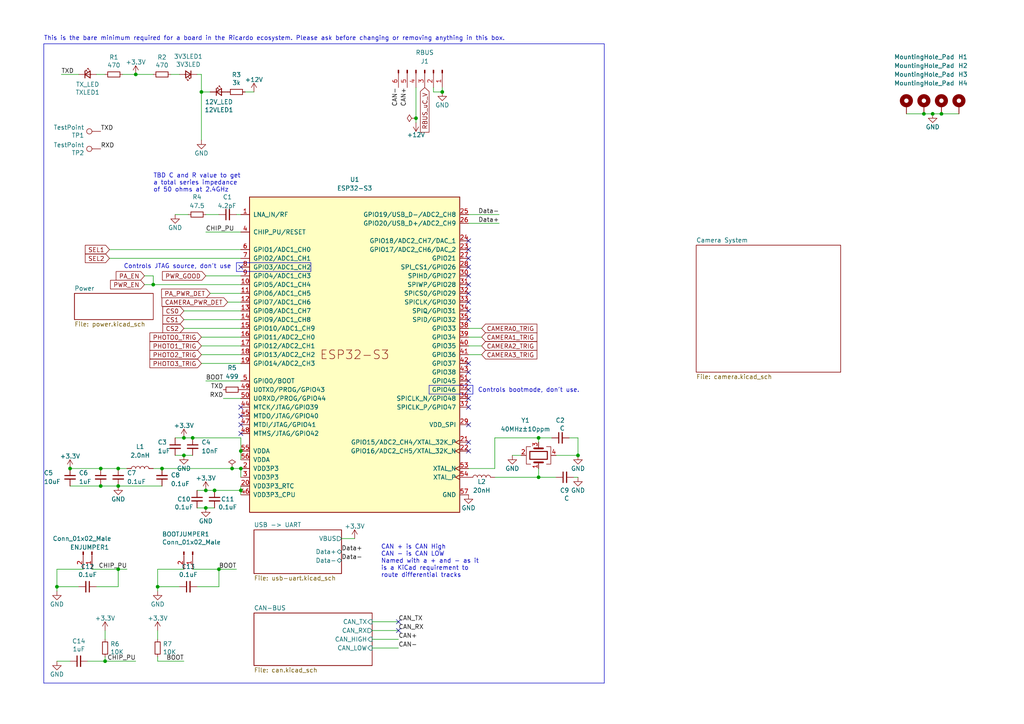
<source format=kicad_sch>
(kicad_sch (version 20230121) (generator eeschema)

  (uuid 7db990e4-92e1-4f99-b4d2-435bbec1ba83)

  (paper "A4")

  (lib_symbols
    (symbol "Connector:Conn_01x02_Male" (pin_names (offset 1.016) hide) (in_bom yes) (on_board yes)
      (property "Reference" "J" (at 0 2.54 0)
        (effects (font (size 1.27 1.27)))
      )
      (property "Value" "Conn_01x02_Male" (at 0 -5.08 0)
        (effects (font (size 1.27 1.27)))
      )
      (property "Footprint" "" (at 0 0 0)
        (effects (font (size 1.27 1.27)) hide)
      )
      (property "Datasheet" "~" (at 0 0 0)
        (effects (font (size 1.27 1.27)) hide)
      )
      (property "ki_keywords" "connector" (at 0 0 0)
        (effects (font (size 1.27 1.27)) hide)
      )
      (property "ki_description" "Generic connector, single row, 01x02, script generated (kicad-library-utils/schlib/autogen/connector/)" (at 0 0 0)
        (effects (font (size 1.27 1.27)) hide)
      )
      (property "ki_fp_filters" "Connector*:*_1x??_*" (at 0 0 0)
        (effects (font (size 1.27 1.27)) hide)
      )
      (symbol "Conn_01x02_Male_1_1"
        (polyline
          (pts
            (xy 1.27 -2.54)
            (xy 0.8636 -2.54)
          )
          (stroke (width 0.1524) (type default))
          (fill (type none))
        )
        (polyline
          (pts
            (xy 1.27 0)
            (xy 0.8636 0)
          )
          (stroke (width 0.1524) (type default))
          (fill (type none))
        )
        (rectangle (start 0.8636 -2.413) (end 0 -2.667)
          (stroke (width 0.1524) (type default))
          (fill (type outline))
        )
        (rectangle (start 0.8636 0.127) (end 0 -0.127)
          (stroke (width 0.1524) (type default))
          (fill (type outline))
        )
        (pin passive line (at 5.08 0 180) (length 3.81)
          (name "Pin_1" (effects (font (size 1.27 1.27))))
          (number "1" (effects (font (size 1.27 1.27))))
        )
        (pin passive line (at 5.08 -2.54 180) (length 3.81)
          (name "Pin_2" (effects (font (size 1.27 1.27))))
          (number "2" (effects (font (size 1.27 1.27))))
        )
      )
    )
    (symbol "Connector:Conn_01x06_Male" (pin_names (offset 1.016) hide) (in_bom yes) (on_board yes)
      (property "Reference" "J" (at 0 7.62 0)
        (effects (font (size 1.27 1.27)))
      )
      (property "Value" "Conn_01x06_Male" (at 0 -10.16 0)
        (effects (font (size 1.27 1.27)))
      )
      (property "Footprint" "" (at 0 0 0)
        (effects (font (size 1.27 1.27)) hide)
      )
      (property "Datasheet" "~" (at 0 0 0)
        (effects (font (size 1.27 1.27)) hide)
      )
      (property "ki_keywords" "connector" (at 0 0 0)
        (effects (font (size 1.27 1.27)) hide)
      )
      (property "ki_description" "Generic connector, single row, 01x06, script generated (kicad-library-utils/schlib/autogen/connector/)" (at 0 0 0)
        (effects (font (size 1.27 1.27)) hide)
      )
      (property "ki_fp_filters" "Connector*:*_1x??_*" (at 0 0 0)
        (effects (font (size 1.27 1.27)) hide)
      )
      (symbol "Conn_01x06_Male_1_1"
        (polyline
          (pts
            (xy 1.27 -7.62)
            (xy 0.8636 -7.62)
          )
          (stroke (width 0.1524) (type default))
          (fill (type none))
        )
        (polyline
          (pts
            (xy 1.27 -5.08)
            (xy 0.8636 -5.08)
          )
          (stroke (width 0.1524) (type default))
          (fill (type none))
        )
        (polyline
          (pts
            (xy 1.27 -2.54)
            (xy 0.8636 -2.54)
          )
          (stroke (width 0.1524) (type default))
          (fill (type none))
        )
        (polyline
          (pts
            (xy 1.27 0)
            (xy 0.8636 0)
          )
          (stroke (width 0.1524) (type default))
          (fill (type none))
        )
        (polyline
          (pts
            (xy 1.27 2.54)
            (xy 0.8636 2.54)
          )
          (stroke (width 0.1524) (type default))
          (fill (type none))
        )
        (polyline
          (pts
            (xy 1.27 5.08)
            (xy 0.8636 5.08)
          )
          (stroke (width 0.1524) (type default))
          (fill (type none))
        )
        (rectangle (start 0.8636 -7.493) (end 0 -7.747)
          (stroke (width 0.1524) (type default))
          (fill (type outline))
        )
        (rectangle (start 0.8636 -4.953) (end 0 -5.207)
          (stroke (width 0.1524) (type default))
          (fill (type outline))
        )
        (rectangle (start 0.8636 -2.413) (end 0 -2.667)
          (stroke (width 0.1524) (type default))
          (fill (type outline))
        )
        (rectangle (start 0.8636 0.127) (end 0 -0.127)
          (stroke (width 0.1524) (type default))
          (fill (type outline))
        )
        (rectangle (start 0.8636 2.667) (end 0 2.413)
          (stroke (width 0.1524) (type default))
          (fill (type outline))
        )
        (rectangle (start 0.8636 5.207) (end 0 4.953)
          (stroke (width 0.1524) (type default))
          (fill (type outline))
        )
        (pin passive line (at 5.08 5.08 180) (length 3.81)
          (name "Pin_1" (effects (font (size 1.27 1.27))))
          (number "1" (effects (font (size 1.27 1.27))))
        )
        (pin passive line (at 5.08 2.54 180) (length 3.81)
          (name "Pin_2" (effects (font (size 1.27 1.27))))
          (number "2" (effects (font (size 1.27 1.27))))
        )
        (pin passive line (at 5.08 0 180) (length 3.81)
          (name "Pin_3" (effects (font (size 1.27 1.27))))
          (number "3" (effects (font (size 1.27 1.27))))
        )
        (pin passive line (at 5.08 -2.54 180) (length 3.81)
          (name "Pin_4" (effects (font (size 1.27 1.27))))
          (number "4" (effects (font (size 1.27 1.27))))
        )
        (pin passive line (at 5.08 -5.08 180) (length 3.81)
          (name "Pin_5" (effects (font (size 1.27 1.27))))
          (number "5" (effects (font (size 1.27 1.27))))
        )
        (pin passive line (at 5.08 -7.62 180) (length 3.81)
          (name "Pin_6" (effects (font (size 1.27 1.27))))
          (number "6" (effects (font (size 1.27 1.27))))
        )
      )
    )
    (symbol "Connector:TestPoint" (pin_numbers hide) (pin_names (offset 0.762) hide) (in_bom yes) (on_board yes)
      (property "Reference" "TP" (at 0 6.858 0)
        (effects (font (size 1.27 1.27)))
      )
      (property "Value" "TestPoint" (at 0 5.08 0)
        (effects (font (size 1.27 1.27)))
      )
      (property "Footprint" "" (at 5.08 0 0)
        (effects (font (size 1.27 1.27)) hide)
      )
      (property "Datasheet" "~" (at 5.08 0 0)
        (effects (font (size 1.27 1.27)) hide)
      )
      (property "ki_keywords" "test point tp" (at 0 0 0)
        (effects (font (size 1.27 1.27)) hide)
      )
      (property "ki_description" "test point" (at 0 0 0)
        (effects (font (size 1.27 1.27)) hide)
      )
      (property "ki_fp_filters" "Pin* Test*" (at 0 0 0)
        (effects (font (size 1.27 1.27)) hide)
      )
      (symbol "TestPoint_0_1"
        (circle (center 0 3.302) (radius 0.762)
          (stroke (width 0) (type default))
          (fill (type none))
        )
      )
      (symbol "TestPoint_1_1"
        (pin passive line (at 0 0 90) (length 2.54)
          (name "1" (effects (font (size 1.27 1.27))))
          (number "1" (effects (font (size 1.27 1.27))))
        )
      )
    )
    (symbol "Device:C_Small" (pin_numbers hide) (pin_names (offset 0.254) hide) (in_bom yes) (on_board yes)
      (property "Reference" "C" (at 0.254 1.778 0)
        (effects (font (size 1.27 1.27)) (justify left))
      )
      (property "Value" "C_Small" (at 0.254 -2.032 0)
        (effects (font (size 1.27 1.27)) (justify left))
      )
      (property "Footprint" "" (at 0 0 0)
        (effects (font (size 1.27 1.27)) hide)
      )
      (property "Datasheet" "~" (at 0 0 0)
        (effects (font (size 1.27 1.27)) hide)
      )
      (property "ki_keywords" "capacitor cap" (at 0 0 0)
        (effects (font (size 1.27 1.27)) hide)
      )
      (property "ki_description" "Unpolarized capacitor, small symbol" (at 0 0 0)
        (effects (font (size 1.27 1.27)) hide)
      )
      (property "ki_fp_filters" "C_*" (at 0 0 0)
        (effects (font (size 1.27 1.27)) hide)
      )
      (symbol "C_Small_0_1"
        (polyline
          (pts
            (xy -1.524 -0.508)
            (xy 1.524 -0.508)
          )
          (stroke (width 0.3302) (type default))
          (fill (type none))
        )
        (polyline
          (pts
            (xy -1.524 0.508)
            (xy 1.524 0.508)
          )
          (stroke (width 0.3048) (type default))
          (fill (type none))
        )
      )
      (symbol "C_Small_1_1"
        (pin passive line (at 0 2.54 270) (length 2.032)
          (name "~" (effects (font (size 1.27 1.27))))
          (number "1" (effects (font (size 1.27 1.27))))
        )
        (pin passive line (at 0 -2.54 90) (length 2.032)
          (name "~" (effects (font (size 1.27 1.27))))
          (number "2" (effects (font (size 1.27 1.27))))
        )
      )
    )
    (symbol "Device:Crystal_GND24" (pin_names (offset 1.016) hide) (in_bom yes) (on_board yes)
      (property "Reference" "Y" (at 3.175 5.08 0)
        (effects (font (size 1.27 1.27)) (justify left))
      )
      (property "Value" "Crystal_GND24" (at 3.175 3.175 0)
        (effects (font (size 1.27 1.27)) (justify left))
      )
      (property "Footprint" "" (at 0 0 0)
        (effects (font (size 1.27 1.27)) hide)
      )
      (property "Datasheet" "~" (at 0 0 0)
        (effects (font (size 1.27 1.27)) hide)
      )
      (property "ki_keywords" "quartz ceramic resonator oscillator" (at 0 0 0)
        (effects (font (size 1.27 1.27)) hide)
      )
      (property "ki_description" "Four pin crystal, GND on pins 2 and 4" (at 0 0 0)
        (effects (font (size 1.27 1.27)) hide)
      )
      (property "ki_fp_filters" "Crystal*" (at 0 0 0)
        (effects (font (size 1.27 1.27)) hide)
      )
      (symbol "Crystal_GND24_0_1"
        (rectangle (start -1.143 2.54) (end 1.143 -2.54)
          (stroke (width 0.3048) (type default))
          (fill (type none))
        )
        (polyline
          (pts
            (xy -2.54 0)
            (xy -2.032 0)
          )
          (stroke (width 0) (type default))
          (fill (type none))
        )
        (polyline
          (pts
            (xy -2.032 -1.27)
            (xy -2.032 1.27)
          )
          (stroke (width 0.508) (type default))
          (fill (type none))
        )
        (polyline
          (pts
            (xy 0 -3.81)
            (xy 0 -3.556)
          )
          (stroke (width 0) (type default))
          (fill (type none))
        )
        (polyline
          (pts
            (xy 0 3.556)
            (xy 0 3.81)
          )
          (stroke (width 0) (type default))
          (fill (type none))
        )
        (polyline
          (pts
            (xy 2.032 -1.27)
            (xy 2.032 1.27)
          )
          (stroke (width 0.508) (type default))
          (fill (type none))
        )
        (polyline
          (pts
            (xy 2.032 0)
            (xy 2.54 0)
          )
          (stroke (width 0) (type default))
          (fill (type none))
        )
        (polyline
          (pts
            (xy -2.54 -2.286)
            (xy -2.54 -3.556)
            (xy 2.54 -3.556)
            (xy 2.54 -2.286)
          )
          (stroke (width 0) (type default))
          (fill (type none))
        )
        (polyline
          (pts
            (xy -2.54 2.286)
            (xy -2.54 3.556)
            (xy 2.54 3.556)
            (xy 2.54 2.286)
          )
          (stroke (width 0) (type default))
          (fill (type none))
        )
      )
      (symbol "Crystal_GND24_1_1"
        (pin passive line (at -3.81 0 0) (length 1.27)
          (name "1" (effects (font (size 1.27 1.27))))
          (number "1" (effects (font (size 1.27 1.27))))
        )
        (pin passive line (at 0 5.08 270) (length 1.27)
          (name "2" (effects (font (size 1.27 1.27))))
          (number "2" (effects (font (size 1.27 1.27))))
        )
        (pin passive line (at 3.81 0 180) (length 1.27)
          (name "3" (effects (font (size 1.27 1.27))))
          (number "3" (effects (font (size 1.27 1.27))))
        )
        (pin passive line (at 0 -5.08 90) (length 1.27)
          (name "4" (effects (font (size 1.27 1.27))))
          (number "4" (effects (font (size 1.27 1.27))))
        )
      )
    )
    (symbol "Device:L" (pin_numbers hide) (pin_names (offset 1.016) hide) (in_bom yes) (on_board yes)
      (property "Reference" "L" (at -1.27 0 90)
        (effects (font (size 1.27 1.27)))
      )
      (property "Value" "L" (at 1.905 0 90)
        (effects (font (size 1.27 1.27)))
      )
      (property "Footprint" "" (at 0 0 0)
        (effects (font (size 1.27 1.27)) hide)
      )
      (property "Datasheet" "~" (at 0 0 0)
        (effects (font (size 1.27 1.27)) hide)
      )
      (property "ki_keywords" "inductor choke coil reactor magnetic" (at 0 0 0)
        (effects (font (size 1.27 1.27)) hide)
      )
      (property "ki_description" "Inductor" (at 0 0 0)
        (effects (font (size 1.27 1.27)) hide)
      )
      (property "ki_fp_filters" "Choke_* *Coil* Inductor_* L_*" (at 0 0 0)
        (effects (font (size 1.27 1.27)) hide)
      )
      (symbol "L_0_1"
        (arc (start 0 -2.54) (mid 0.6323 -1.905) (end 0 -1.27)
          (stroke (width 0) (type default))
          (fill (type none))
        )
        (arc (start 0 -1.27) (mid 0.6323 -0.635) (end 0 0)
          (stroke (width 0) (type default))
          (fill (type none))
        )
        (arc (start 0 0) (mid 0.6323 0.635) (end 0 1.27)
          (stroke (width 0) (type default))
          (fill (type none))
        )
        (arc (start 0 1.27) (mid 0.6323 1.905) (end 0 2.54)
          (stroke (width 0) (type default))
          (fill (type none))
        )
      )
      (symbol "L_1_1"
        (pin passive line (at 0 3.81 270) (length 1.27)
          (name "1" (effects (font (size 1.27 1.27))))
          (number "1" (effects (font (size 1.27 1.27))))
        )
        (pin passive line (at 0 -3.81 90) (length 1.27)
          (name "2" (effects (font (size 1.27 1.27))))
          (number "2" (effects (font (size 1.27 1.27))))
        )
      )
    )
    (symbol "Device:LED_Small" (pin_numbers hide) (pin_names (offset 0.254) hide) (in_bom yes) (on_board yes)
      (property "Reference" "D" (at -1.27 3.175 0)
        (effects (font (size 1.27 1.27)) (justify left))
      )
      (property "Value" "LED_Small" (at -4.445 -2.54 0)
        (effects (font (size 1.27 1.27)) (justify left))
      )
      (property "Footprint" "" (at 0 0 90)
        (effects (font (size 1.27 1.27)) hide)
      )
      (property "Datasheet" "~" (at 0 0 90)
        (effects (font (size 1.27 1.27)) hide)
      )
      (property "ki_keywords" "LED diode light-emitting-diode" (at 0 0 0)
        (effects (font (size 1.27 1.27)) hide)
      )
      (property "ki_description" "Light emitting diode, small symbol" (at 0 0 0)
        (effects (font (size 1.27 1.27)) hide)
      )
      (property "ki_fp_filters" "LED* LED_SMD:* LED_THT:*" (at 0 0 0)
        (effects (font (size 1.27 1.27)) hide)
      )
      (symbol "LED_Small_0_1"
        (polyline
          (pts
            (xy -0.762 -1.016)
            (xy -0.762 1.016)
          )
          (stroke (width 0.254) (type default))
          (fill (type none))
        )
        (polyline
          (pts
            (xy 1.016 0)
            (xy -0.762 0)
          )
          (stroke (width 0) (type default))
          (fill (type none))
        )
        (polyline
          (pts
            (xy 0.762 -1.016)
            (xy -0.762 0)
            (xy 0.762 1.016)
            (xy 0.762 -1.016)
          )
          (stroke (width 0.254) (type default))
          (fill (type none))
        )
        (polyline
          (pts
            (xy 0 0.762)
            (xy -0.508 1.27)
            (xy -0.254 1.27)
            (xy -0.508 1.27)
            (xy -0.508 1.016)
          )
          (stroke (width 0) (type default))
          (fill (type none))
        )
        (polyline
          (pts
            (xy 0.508 1.27)
            (xy 0 1.778)
            (xy 0.254 1.778)
            (xy 0 1.778)
            (xy 0 1.524)
          )
          (stroke (width 0) (type default))
          (fill (type none))
        )
      )
      (symbol "LED_Small_1_1"
        (pin passive line (at -2.54 0 0) (length 1.778)
          (name "K" (effects (font (size 1.27 1.27))))
          (number "1" (effects (font (size 1.27 1.27))))
        )
        (pin passive line (at 2.54 0 180) (length 1.778)
          (name "A" (effects (font (size 1.27 1.27))))
          (number "2" (effects (font (size 1.27 1.27))))
        )
      )
    )
    (symbol "Device:R_Small" (pin_numbers hide) (pin_names (offset 0.254) hide) (in_bom yes) (on_board yes)
      (property "Reference" "R" (at 0.762 0.508 0)
        (effects (font (size 1.27 1.27)) (justify left))
      )
      (property "Value" "R_Small" (at 0.762 -1.016 0)
        (effects (font (size 1.27 1.27)) (justify left))
      )
      (property "Footprint" "" (at 0 0 0)
        (effects (font (size 1.27 1.27)) hide)
      )
      (property "Datasheet" "~" (at 0 0 0)
        (effects (font (size 1.27 1.27)) hide)
      )
      (property "ki_keywords" "R resistor" (at 0 0 0)
        (effects (font (size 1.27 1.27)) hide)
      )
      (property "ki_description" "Resistor, small symbol" (at 0 0 0)
        (effects (font (size 1.27 1.27)) hide)
      )
      (property "ki_fp_filters" "R_*" (at 0 0 0)
        (effects (font (size 1.27 1.27)) hide)
      )
      (symbol "R_Small_0_1"
        (rectangle (start -0.762 1.778) (end 0.762 -1.778)
          (stroke (width 0.2032) (type default))
          (fill (type none))
        )
      )
      (symbol "R_Small_1_1"
        (pin passive line (at 0 2.54 270) (length 0.762)
          (name "~" (effects (font (size 1.27 1.27))))
          (number "1" (effects (font (size 1.27 1.27))))
        )
        (pin passive line (at 0 -2.54 90) (length 0.762)
          (name "~" (effects (font (size 1.27 1.27))))
          (number "2" (effects (font (size 1.27 1.27))))
        )
      )
    )
    (symbol "Espressif:ESP32-S3" (pin_names (offset 1.016)) (in_bom yes) (on_board yes)
      (property "Reference" "U" (at 0 48.26 0)
        (effects (font (size 1.27 1.27)))
      )
      (property "Value" "ESP32-S3" (at 0 -48.26 0)
        (effects (font (size 1.27 1.27)))
      )
      (property "Footprint" "Package_DFN_QFN:QFN-56-1EP_7x7mm_P0.4mm_EP5.6x5.6mm" (at 0 -50.8 0)
        (effects (font (size 1.27 1.27)) hide)
      )
      (property "Datasheet" "https://www.espressif.com/sites/default/files/documentation/esp32-s3_datasheet_en.pdf" (at 0 -53.34 0)
        (effects (font (size 1.27 1.27)) hide)
      )
      (property "ki_description" "ESP32-S3 is a low-power MCU-based system-on-chip (SoC) that supports 2.4 GHz Wi-Fi and Bluetooth® Low Energy (Bluetooth LE). It consists of high-performance dual-core microprocessor (Xtensa® 32-bit LX7), a low power coprocessor, a Wi-Fi baseband, a Bluetooth LE baseband, RF module, and peripherals." (at 0 0 0)
        (effects (font (size 1.27 1.27)) hide)
      )
      (symbol "ESP32-S3_0_0"
        (text "ESP32-S3" (at 0 0 0)
          (effects (font (size 2.54 2.54)))
        )
        (pin bidirectional line (at 33.02 -12.7 180) (length 2.54)
          (name "SPICLK_N/GPIO48" (effects (font (size 1.27 1.27))))
          (number "36" (effects (font (size 1.27 1.27))))
        )
        (pin bidirectional line (at 33.02 -15.24 180) (length 2.54)
          (name "SPICLK_P/GPIO47" (effects (font (size 1.27 1.27))))
          (number "37" (effects (font (size 1.27 1.27))))
        )
      )
      (symbol "ESP32-S3_0_1"
        (rectangle (start -30.48 45.72) (end 30.48 -45.72)
          (stroke (width 0.254) (type default))
          (fill (type background))
        )
      )
      (symbol "ESP32-S3_1_1"
        (pin bidirectional line (at -33.02 40.64 0) (length 2.54)
          (name "LNA_IN/RF" (effects (font (size 1.27 1.27))))
          (number "1" (effects (font (size 1.27 1.27))))
        )
        (pin bidirectional line (at -33.02 20.32 0) (length 2.54)
          (name "GPIO5/ADC1_CH4" (effects (font (size 1.27 1.27))))
          (number "10" (effects (font (size 1.27 1.27))))
        )
        (pin bidirectional line (at -33.02 17.78 0) (length 2.54)
          (name "GPIO6/ADC1_CH5" (effects (font (size 1.27 1.27))))
          (number "11" (effects (font (size 1.27 1.27))))
        )
        (pin bidirectional line (at -33.02 15.24 0) (length 2.54)
          (name "GPIO7/ADC1_CH6" (effects (font (size 1.27 1.27))))
          (number "12" (effects (font (size 1.27 1.27))))
        )
        (pin bidirectional line (at -33.02 12.7 0) (length 2.54)
          (name "GPIO8/ADC1_CH7" (effects (font (size 1.27 1.27))))
          (number "13" (effects (font (size 1.27 1.27))))
        )
        (pin bidirectional line (at -33.02 10.16 0) (length 2.54)
          (name "GPIO9/ADC1_CH8" (effects (font (size 1.27 1.27))))
          (number "14" (effects (font (size 1.27 1.27))))
        )
        (pin bidirectional line (at -33.02 7.62 0) (length 2.54)
          (name "GPIO10/ADC1_CH9" (effects (font (size 1.27 1.27))))
          (number "15" (effects (font (size 1.27 1.27))))
        )
        (pin bidirectional line (at -33.02 5.08 0) (length 2.54)
          (name "GPIO11/ADC2_CH0" (effects (font (size 1.27 1.27))))
          (number "16" (effects (font (size 1.27 1.27))))
        )
        (pin bidirectional line (at -33.02 2.54 0) (length 2.54)
          (name "GPIO12/ADC2_CH1" (effects (font (size 1.27 1.27))))
          (number "17" (effects (font (size 1.27 1.27))))
        )
        (pin bidirectional line (at -33.02 0 0) (length 2.54)
          (name "GPIO13/ADC2_CH2" (effects (font (size 1.27 1.27))))
          (number "18" (effects (font (size 1.27 1.27))))
        )
        (pin bidirectional line (at -33.02 -2.54 0) (length 2.54)
          (name "GPIO14/ADC2_CH3" (effects (font (size 1.27 1.27))))
          (number "19" (effects (font (size 1.27 1.27))))
        )
        (pin power_in line (at -33.02 -33.02 0) (length 2.54)
          (name "VDD3P3" (effects (font (size 1.27 1.27))))
          (number "2" (effects (font (size 1.27 1.27))))
        )
        (pin power_in line (at -33.02 -38.1 0) (length 2.54)
          (name "VDD3P3_RTC" (effects (font (size 1.27 1.27))))
          (number "20" (effects (font (size 1.27 1.27))))
        )
        (pin input clock (at 33.02 -25.4 180) (length 2.54)
          (name "GPIO15/ADC2_CH4/XTAL_32K_P" (effects (font (size 1.27 1.27))))
          (number "21" (effects (font (size 1.27 1.27))))
        )
        (pin output clock (at 33.02 -27.94 180) (length 2.54)
          (name "GPIO16/ADC2_CH5/XTAL_32K_N" (effects (font (size 1.27 1.27))))
          (number "22" (effects (font (size 1.27 1.27))))
        )
        (pin bidirectional line (at 33.02 30.48 180) (length 2.54)
          (name "GPIO17/ADC2_CH6/DAC_2" (effects (font (size 1.27 1.27))))
          (number "23" (effects (font (size 1.27 1.27))))
        )
        (pin bidirectional line (at 33.02 33.02 180) (length 2.54)
          (name "GPIO18/ADC2_CH7/DAC_1" (effects (font (size 1.27 1.27))))
          (number "24" (effects (font (size 1.27 1.27))))
        )
        (pin bidirectional line (at 33.02 40.64 180) (length 2.54)
          (name "GPIO19/USB_D-/ADC2_CH8" (effects (font (size 1.27 1.27))))
          (number "25" (effects (font (size 1.27 1.27))))
        )
        (pin bidirectional line (at 33.02 38.1 180) (length 2.54)
          (name "GPIO20/USB_D+/ADC2_CH9" (effects (font (size 1.27 1.27))))
          (number "26" (effects (font (size 1.27 1.27))))
        )
        (pin bidirectional line (at 33.02 27.94 180) (length 2.54)
          (name "GPIO21" (effects (font (size 1.27 1.27))))
          (number "27" (effects (font (size 1.27 1.27))))
        )
        (pin bidirectional line (at 33.02 25.4 180) (length 2.54)
          (name "SPI_CS1/GPIO26" (effects (font (size 1.27 1.27))))
          (number "28" (effects (font (size 1.27 1.27))))
        )
        (pin power_out line (at 33.02 -20.32 180) (length 2.54)
          (name "VDD_SPI" (effects (font (size 1.27 1.27))))
          (number "29" (effects (font (size 1.27 1.27))))
        )
        (pin power_in line (at -33.02 -35.56 0) (length 2.54)
          (name "VDD3P3" (effects (font (size 1.27 1.27))))
          (number "3" (effects (font (size 1.27 1.27))))
        )
        (pin bidirectional line (at 33.02 22.86 180) (length 2.54)
          (name "SPIHD/GPIO27" (effects (font (size 1.27 1.27))))
          (number "30" (effects (font (size 1.27 1.27))))
        )
        (pin bidirectional line (at 33.02 20.32 180) (length 2.54)
          (name "SPIWP/GPIO28" (effects (font (size 1.27 1.27))))
          (number "31" (effects (font (size 1.27 1.27))))
        )
        (pin bidirectional line (at 33.02 17.78 180) (length 2.54)
          (name "SPICS0/GPIO29" (effects (font (size 1.27 1.27))))
          (number "32" (effects (font (size 1.27 1.27))))
        )
        (pin bidirectional line (at 33.02 15.24 180) (length 2.54)
          (name "SPICLK/GPIO30" (effects (font (size 1.27 1.27))))
          (number "33" (effects (font (size 1.27 1.27))))
        )
        (pin bidirectional line (at 33.02 12.7 180) (length 2.54)
          (name "SPIQ/GPIO31" (effects (font (size 1.27 1.27))))
          (number "34" (effects (font (size 1.27 1.27))))
        )
        (pin bidirectional line (at 33.02 10.16 180) (length 2.54)
          (name "SPID/GPIO32" (effects (font (size 1.27 1.27))))
          (number "35" (effects (font (size 1.27 1.27))))
        )
        (pin bidirectional line (at 33.02 7.62 180) (length 2.54)
          (name "GPIO33" (effects (font (size 1.27 1.27))))
          (number "38" (effects (font (size 1.27 1.27))))
        )
        (pin bidirectional line (at 33.02 5.08 180) (length 2.54)
          (name "GPIO34" (effects (font (size 1.27 1.27))))
          (number "39" (effects (font (size 1.27 1.27))))
        )
        (pin input line (at -33.02 35.56 0) (length 2.54)
          (name "CHIP_PU/RESET" (effects (font (size 1.27 1.27))))
          (number "4" (effects (font (size 1.27 1.27))))
        )
        (pin bidirectional line (at 33.02 2.54 180) (length 2.54)
          (name "GPIO35" (effects (font (size 1.27 1.27))))
          (number "40" (effects (font (size 1.27 1.27))))
        )
        (pin bidirectional line (at 33.02 0 180) (length 2.54)
          (name "GPIO36" (effects (font (size 1.27 1.27))))
          (number "41" (effects (font (size 1.27 1.27))))
        )
        (pin bidirectional line (at 33.02 -2.54 180) (length 2.54)
          (name "GPIO37" (effects (font (size 1.27 1.27))))
          (number "42" (effects (font (size 1.27 1.27))))
        )
        (pin bidirectional line (at 33.02 -5.08 180) (length 2.54)
          (name "GPIO38" (effects (font (size 1.27 1.27))))
          (number "43" (effects (font (size 1.27 1.27))))
        )
        (pin bidirectional line (at -33.02 -15.24 0) (length 2.54)
          (name "MTCK/JTAG/GPIO39" (effects (font (size 1.27 1.27))))
          (number "44" (effects (font (size 1.27 1.27))))
        )
        (pin bidirectional line (at -33.02 -17.78 0) (length 2.54)
          (name "MTDO/JTAG/GPIO40" (effects (font (size 1.27 1.27))))
          (number "45" (effects (font (size 1.27 1.27))))
        )
        (pin power_in line (at -33.02 -40.64 0) (length 2.54)
          (name "VDD3P3_CPU" (effects (font (size 1.27 1.27))))
          (number "46" (effects (font (size 1.27 1.27))))
        )
        (pin bidirectional line (at -33.02 -20.32 0) (length 2.54)
          (name "MTDI/JTAG/GPIO41" (effects (font (size 1.27 1.27))))
          (number "47" (effects (font (size 1.27 1.27))))
        )
        (pin bidirectional line (at -33.02 -22.86 0) (length 2.54)
          (name "MTMS/JTAG/GPIO42" (effects (font (size 1.27 1.27))))
          (number "48" (effects (font (size 1.27 1.27))))
        )
        (pin bidirectional line (at -33.02 -10.16 0) (length 2.54)
          (name "U0TXD/PROG/GPIO43" (effects (font (size 1.27 1.27))))
          (number "49" (effects (font (size 1.27 1.27))))
        )
        (pin bidirectional line (at -33.02 -7.62 0) (length 2.54)
          (name "GPIO0/BOOT" (effects (font (size 1.27 1.27))))
          (number "5" (effects (font (size 1.27 1.27))))
        )
        (pin bidirectional line (at -33.02 -12.7 0) (length 2.54)
          (name "U0RXD/PROG/GPIO44" (effects (font (size 1.27 1.27))))
          (number "50" (effects (font (size 1.27 1.27))))
        )
        (pin bidirectional line (at 33.02 -7.62 180) (length 2.54)
          (name "GPIO45" (effects (font (size 1.27 1.27))))
          (number "51" (effects (font (size 1.27 1.27))))
        )
        (pin bidirectional line (at 33.02 -10.16 180) (length 2.54)
          (name "GPIO46" (effects (font (size 1.27 1.27))))
          (number "52" (effects (font (size 1.27 1.27))))
        )
        (pin input clock (at 33.02 -33.02 180) (length 2.54)
          (name "XTAL_N" (effects (font (size 1.27 1.27))))
          (number "53" (effects (font (size 1.27 1.27))))
        )
        (pin output clock (at 33.02 -35.56 180) (length 2.54)
          (name "XTAL_P" (effects (font (size 1.27 1.27))))
          (number "54" (effects (font (size 1.27 1.27))))
        )
        (pin power_in line (at -33.02 -27.94 0) (length 2.54)
          (name "VDDA" (effects (font (size 1.27 1.27))))
          (number "55" (effects (font (size 1.27 1.27))))
        )
        (pin power_in line (at -33.02 -30.48 0) (length 2.54)
          (name "VDDA" (effects (font (size 1.27 1.27))))
          (number "56" (effects (font (size 1.27 1.27))))
        )
        (pin power_in line (at 33.02 -40.64 180) (length 2.54)
          (name "GND" (effects (font (size 1.27 1.27))))
          (number "57" (effects (font (size 1.27 1.27))))
        )
        (pin bidirectional line (at -33.02 30.48 0) (length 2.54)
          (name "GPIO1/ADC1_CH0" (effects (font (size 1.27 1.27))))
          (number "6" (effects (font (size 1.27 1.27))))
        )
        (pin bidirectional line (at -33.02 27.94 0) (length 2.54)
          (name "GPIO2/ADC1_CH1" (effects (font (size 1.27 1.27))))
          (number "7" (effects (font (size 1.27 1.27))))
        )
        (pin bidirectional line (at -33.02 25.4 0) (length 2.54)
          (name "GPIO3/ADC1_CH2" (effects (font (size 1.27 1.27))))
          (number "8" (effects (font (size 1.27 1.27))))
        )
        (pin bidirectional line (at -33.02 22.86 0) (length 2.54)
          (name "GPIO4/ADC1_CH3" (effects (font (size 1.27 1.27))))
          (number "9" (effects (font (size 1.27 1.27))))
        )
      )
    )
    (symbol "Mechanical:MountingHole_Pad" (pin_numbers hide) (pin_names (offset 1.016) hide) (in_bom yes) (on_board yes)
      (property "Reference" "H" (at 0 6.35 0)
        (effects (font (size 1.27 1.27)))
      )
      (property "Value" "MountingHole_Pad" (at 0 4.445 0)
        (effects (font (size 1.27 1.27)))
      )
      (property "Footprint" "" (at 0 0 0)
        (effects (font (size 1.27 1.27)) hide)
      )
      (property "Datasheet" "~" (at 0 0 0)
        (effects (font (size 1.27 1.27)) hide)
      )
      (property "ki_keywords" "mounting hole" (at 0 0 0)
        (effects (font (size 1.27 1.27)) hide)
      )
      (property "ki_description" "Mounting Hole with connection" (at 0 0 0)
        (effects (font (size 1.27 1.27)) hide)
      )
      (property "ki_fp_filters" "MountingHole*Pad*" (at 0 0 0)
        (effects (font (size 1.27 1.27)) hide)
      )
      (symbol "MountingHole_Pad_0_1"
        (circle (center 0 1.27) (radius 1.27)
          (stroke (width 1.27) (type default))
          (fill (type none))
        )
      )
      (symbol "MountingHole_Pad_1_1"
        (pin input line (at 0 -2.54 90) (length 2.54)
          (name "1" (effects (font (size 1.27 1.27))))
          (number "1" (effects (font (size 1.27 1.27))))
        )
      )
    )
    (symbol "power:+12V" (power) (pin_names (offset 0)) (in_bom yes) (on_board yes)
      (property "Reference" "#PWR" (at 0 -3.81 0)
        (effects (font (size 1.27 1.27)) hide)
      )
      (property "Value" "+12V" (at 0 3.556 0)
        (effects (font (size 1.27 1.27)))
      )
      (property "Footprint" "" (at 0 0 0)
        (effects (font (size 1.27 1.27)) hide)
      )
      (property "Datasheet" "" (at 0 0 0)
        (effects (font (size 1.27 1.27)) hide)
      )
      (property "ki_keywords" "global power" (at 0 0 0)
        (effects (font (size 1.27 1.27)) hide)
      )
      (property "ki_description" "Power symbol creates a global label with name \"+12V\"" (at 0 0 0)
        (effects (font (size 1.27 1.27)) hide)
      )
      (symbol "+12V_0_1"
        (polyline
          (pts
            (xy -0.762 1.27)
            (xy 0 2.54)
          )
          (stroke (width 0) (type default))
          (fill (type none))
        )
        (polyline
          (pts
            (xy 0 0)
            (xy 0 2.54)
          )
          (stroke (width 0) (type default))
          (fill (type none))
        )
        (polyline
          (pts
            (xy 0 2.54)
            (xy 0.762 1.27)
          )
          (stroke (width 0) (type default))
          (fill (type none))
        )
      )
      (symbol "+12V_1_1"
        (pin power_in line (at 0 0 90) (length 0) hide
          (name "+12V" (effects (font (size 1.27 1.27))))
          (number "1" (effects (font (size 1.27 1.27))))
        )
      )
    )
    (symbol "power:+3.3V" (power) (pin_names (offset 0)) (in_bom yes) (on_board yes)
      (property "Reference" "#PWR" (at 0 -3.81 0)
        (effects (font (size 1.27 1.27)) hide)
      )
      (property "Value" "+3.3V" (at 0 3.556 0)
        (effects (font (size 1.27 1.27)))
      )
      (property "Footprint" "" (at 0 0 0)
        (effects (font (size 1.27 1.27)) hide)
      )
      (property "Datasheet" "" (at 0 0 0)
        (effects (font (size 1.27 1.27)) hide)
      )
      (property "ki_keywords" "global power" (at 0 0 0)
        (effects (font (size 1.27 1.27)) hide)
      )
      (property "ki_description" "Power symbol creates a global label with name \"+3.3V\"" (at 0 0 0)
        (effects (font (size 1.27 1.27)) hide)
      )
      (symbol "+3.3V_0_1"
        (polyline
          (pts
            (xy -0.762 1.27)
            (xy 0 2.54)
          )
          (stroke (width 0) (type default))
          (fill (type none))
        )
        (polyline
          (pts
            (xy 0 0)
            (xy 0 2.54)
          )
          (stroke (width 0) (type default))
          (fill (type none))
        )
        (polyline
          (pts
            (xy 0 2.54)
            (xy 0.762 1.27)
          )
          (stroke (width 0) (type default))
          (fill (type none))
        )
      )
      (symbol "+3.3V_1_1"
        (pin power_in line (at 0 0 90) (length 0) hide
          (name "+3.3V" (effects (font (size 1.27 1.27))))
          (number "1" (effects (font (size 1.27 1.27))))
        )
      )
    )
    (symbol "power:GND" (power) (pin_names (offset 0)) (in_bom yes) (on_board yes)
      (property "Reference" "#PWR" (at 0 -6.35 0)
        (effects (font (size 1.27 1.27)) hide)
      )
      (property "Value" "GND" (at 0 -3.81 0)
        (effects (font (size 1.27 1.27)))
      )
      (property "Footprint" "" (at 0 0 0)
        (effects (font (size 1.27 1.27)) hide)
      )
      (property "Datasheet" "" (at 0 0 0)
        (effects (font (size 1.27 1.27)) hide)
      )
      (property "ki_keywords" "global power" (at 0 0 0)
        (effects (font (size 1.27 1.27)) hide)
      )
      (property "ki_description" "Power symbol creates a global label with name \"GND\" , ground" (at 0 0 0)
        (effects (font (size 1.27 1.27)) hide)
      )
      (symbol "GND_0_1"
        (polyline
          (pts
            (xy 0 0)
            (xy 0 -1.27)
            (xy 1.27 -1.27)
            (xy 0 -2.54)
            (xy -1.27 -1.27)
            (xy 0 -1.27)
          )
          (stroke (width 0) (type default))
          (fill (type none))
        )
      )
      (symbol "GND_1_1"
        (pin power_in line (at 0 0 270) (length 0) hide
          (name "GND" (effects (font (size 1.27 1.27))))
          (number "1" (effects (font (size 1.27 1.27))))
        )
      )
    )
    (symbol "power:PWR_FLAG" (power) (pin_numbers hide) (pin_names (offset 0) hide) (in_bom yes) (on_board yes)
      (property "Reference" "#FLG" (at 0 1.905 0)
        (effects (font (size 1.27 1.27)) hide)
      )
      (property "Value" "PWR_FLAG" (at 0 3.81 0)
        (effects (font (size 1.27 1.27)))
      )
      (property "Footprint" "" (at 0 0 0)
        (effects (font (size 1.27 1.27)) hide)
      )
      (property "Datasheet" "~" (at 0 0 0)
        (effects (font (size 1.27 1.27)) hide)
      )
      (property "ki_keywords" "flag power" (at 0 0 0)
        (effects (font (size 1.27 1.27)) hide)
      )
      (property "ki_description" "Special symbol for telling ERC where power comes from" (at 0 0 0)
        (effects (font (size 1.27 1.27)) hide)
      )
      (symbol "PWR_FLAG_0_0"
        (pin power_out line (at 0 0 90) (length 0)
          (name "pwr" (effects (font (size 1.27 1.27))))
          (number "1" (effects (font (size 1.27 1.27))))
        )
      )
      (symbol "PWR_FLAG_0_1"
        (polyline
          (pts
            (xy 0 0)
            (xy 0 1.27)
            (xy -1.016 1.905)
            (xy 0 2.54)
            (xy 1.016 1.905)
            (xy 0 1.27)
          )
          (stroke (width 0) (type default))
          (fill (type none))
        )
      )
    )
  )

  (junction (at 39.37 21.59) (diameter 0) (color 0 0 0 0)
    (uuid 02f8904b-a7b2-49dd-b392-764e7e29fb51)
  )
  (junction (at 59.69 142.24) (diameter 0) (color 0 0 0 0)
    (uuid 0753a347-97d9-4cb7-b81c-f57d156ee03d)
  )
  (junction (at 44.45 82.55) (diameter 0) (color 0 0 0 0)
    (uuid 1b2273ed-ec2e-4b96-a374-63fb697c301c)
  )
  (junction (at 53.34 127) (diameter 0) (color 0 0 0 0)
    (uuid 259169cf-23d2-4d34-acfa-b35367d25621)
  )
  (junction (at 58.42 26.67) (diameter 0) (color 0 0 0 0)
    (uuid 28b01cd2-da3a-46ec-8825-b0f31a0b8987)
  )
  (junction (at 30.48 191.77) (diameter 0) (color 0 0 0 0)
    (uuid 35c09d1f-2914-4d1e-a002-df30af772f3b)
  )
  (junction (at 69.85 142.24) (diameter 0) (color 0 0 0 0)
    (uuid 69bccc29-7896-4bd5-847c-4b30488bfdf7)
  )
  (junction (at 55.88 127) (diameter 0) (color 0 0 0 0)
    (uuid 7080b686-704b-4224-87e0-0a66227e69e7)
  )
  (junction (at 63.5 165.1) (diameter 0) (color 0 0 0 0)
    (uuid 747f57e5-4698-4c6b-916d-232e6b1f645b)
  )
  (junction (at 59.69 147.32) (diameter 0) (color 0 0 0 0)
    (uuid 76b48920-113a-47db-a65d-49e9e75b755a)
  )
  (junction (at 62.23 142.24) (diameter 0) (color 0 0 0 0)
    (uuid 7847a7dc-83b6-40e8-ab83-35ec04184c6f)
  )
  (junction (at 34.29 135.89) (diameter 0) (color 0 0 0 0)
    (uuid 7a8ee3ce-88a3-49a2-aa53-ca000ddb33c8)
  )
  (junction (at 20.32 135.89) (diameter 0) (color 0 0 0 0)
    (uuid 88f17a64-5024-4f4b-8346-d8222bac5104)
  )
  (junction (at 45.72 170.18) (diameter 0) (color 0 0 0 0)
    (uuid 8ac400bf-c9b3-4af4-b0a7-9aa9ab4ad17e)
  )
  (junction (at 46.99 135.89) (diameter 0) (color 0 0 0 0)
    (uuid 9432747e-fb5a-4169-a071-d057f17412b7)
  )
  (junction (at 120.65 34.29) (diameter 0) (color 0 0 0 0)
    (uuid a3d44134-a1ed-4715-8bdc-01dad804dfab)
  )
  (junction (at 29.21 135.89) (diameter 0) (color 0 0 0 0)
    (uuid a6a6b792-84b0-4f4e-9e9d-847e9a94203c)
  )
  (junction (at 34.29 140.97) (diameter 0) (color 0 0 0 0)
    (uuid abc917ce-119d-4f43-8ab3-fb5d20f74b7e)
  )
  (junction (at 156.21 127) (diameter 0) (color 0 0 0 0)
    (uuid ae65856b-4a40-4cab-a5ff-5a35c8850e02)
  )
  (junction (at 273.05 33.02) (diameter 0) (color 0 0 0 0)
    (uuid b32183f9-e002-4a64-a1c2-255269c79027)
  )
  (junction (at 53.34 132.08) (diameter 0) (color 0 0 0 0)
    (uuid b7428965-44ff-4d1f-990c-3d61005cbad1)
  )
  (junction (at 156.21 138.43) (diameter 0) (color 0 0 0 0)
    (uuid b749e26e-88fc-47bb-b418-a32130eee6ec)
  )
  (junction (at 69.85 130.81) (diameter 0) (color 0 0 0 0)
    (uuid b81264dd-7182-41f5-960f-39b78460c520)
  )
  (junction (at 29.21 140.97) (diameter 0) (color 0 0 0 0)
    (uuid c86aaef9-56ce-427d-b18b-c7a9b78c893f)
  )
  (junction (at 16.51 170.18) (diameter 0) (color 0 0 0 0)
    (uuid cb083d38-4f11-4a80-8b19-ab751c405e4a)
  )
  (junction (at 270.51 33.02) (diameter 0) (color 0 0 0 0)
    (uuid de1d8b49-3cd8-4ee5-8113-50d6db3ea930)
  )
  (junction (at 267.97 33.02) (diameter 0) (color 0 0 0 0)
    (uuid de3cc7ee-e860-4f56-b4cf-41e7448f2241)
  )
  (junction (at 167.64 132.08) (diameter 0) (color 0 0 0 0)
    (uuid e379247a-7c51-4094-9a8c-3b8a6d5322fb)
  )
  (junction (at 67.31 135.89) (diameter 0) (color 0 0 0 0)
    (uuid edbf247f-4816-441d-a53d-7d72f7f35166)
  )
  (junction (at 128.27 26.67) (diameter 0) (color 0 0 0 0)
    (uuid eea79eca-5259-4bf1-94e4-b068a2ad63a0)
  )
  (junction (at 34.29 165.1) (diameter 0) (color 0 0 0 0)
    (uuid f0852334-0410-4a06-99ff-da7ea21a1167)
  )
  (junction (at 69.85 135.89) (diameter 0) (color 0 0 0 0)
    (uuid f130ddb0-0916-407d-9728-6ff1a5a57806)
  )

  (no_connect (at 135.89 80.01) (uuid 021cd1a5-a05b-4a5a-b0d0-dbc42f154ac0))
  (no_connect (at 69.85 125.73) (uuid 09d05dca-fb4c-43c7-b2d7-a2a39be3aef0))
  (no_connect (at 135.89 77.47) (uuid 12aa5a9c-828a-4805-a394-939666cdd0c7))
  (no_connect (at 135.89 69.85) (uuid 17c46a2d-bab7-4623-b2c0-385cb640ea6e))
  (no_connect (at 135.89 107.95) (uuid 30b578aa-3cb7-47a9-8d8a-687f39efc30f))
  (no_connect (at 115.57 182.88) (uuid 3b907541-533b-46cd-bcf1-b74d1931cc44))
  (no_connect (at 135.89 87.63) (uuid 444fcd7b-e4db-492e-acef-1d2216862e57))
  (no_connect (at 135.89 115.57) (uuid 7055bfc3-aefa-4bdc-a162-ab531387da03))
  (no_connect (at 135.89 82.55) (uuid 715885da-9a98-4fbc-a785-cc1a31eb5470))
  (no_connect (at 69.85 123.19) (uuid 7dfa72bb-4882-49e8-afc6-c35d28112bac))
  (no_connect (at 135.89 130.81) (uuid 828a5199-ec6b-4ff2-bb62-dd3def716a0d))
  (no_connect (at 135.89 90.17) (uuid 84618083-dc19-4405-bbcc-34c7f5ea0f8a))
  (no_connect (at 69.85 77.47) (uuid 86749bc6-b935-4c25-9994-054cf825bf11))
  (no_connect (at 135.89 118.11) (uuid 92f73117-b6bb-497c-ae3f-56554811e330))
  (no_connect (at 69.85 120.65) (uuid 96c3967f-f5e3-4ec0-8aca-680d54aa68a6))
  (no_connect (at 135.89 72.39) (uuid 9817ffb4-04c1-4503-bbf1-54d71cd2fe94))
  (no_connect (at 135.89 74.93) (uuid a82f999a-d014-4fc7-b28c-29eb612eca50))
  (no_connect (at 69.85 118.11) (uuid ad8b236d-7ca3-41c4-bcda-c57be4e03c3b))
  (no_connect (at 135.89 113.03) (uuid ba0e2a32-0319-4e19-bc9d-127797da9405))
  (no_connect (at 135.89 110.49) (uuid c6a927a9-1941-4d51-8acc-e12921470abb))
  (no_connect (at 135.89 92.71) (uuid c9d8de7c-b472-4b9b-a38e-b9de29aad58a))
  (no_connect (at 135.89 128.27) (uuid cd1d68e3-dd47-4b64-bbd4-96827801658c))
  (no_connect (at 135.89 85.09) (uuid d0538e47-d8b7-4266-87f4-a296c6686b5d))
  (no_connect (at 135.89 123.19) (uuid d53bdb65-9586-496e-89ff-e2edf8bb8d22))
  (no_connect (at 135.89 105.41) (uuid ddb62115-9e05-407e-895e-3619b14cf20f))
  (no_connect (at 115.57 180.34) (uuid eae26bd3-9dff-4d02-b13f-057623cfb2f0))

  (wire (pts (xy 30.48 191.77) (xy 30.48 190.5))
    (stroke (width 0) (type default))
    (uuid 051b8cb0-ae77-4e09-98a7-bf2103319e66)
  )
  (wire (pts (xy 135.89 62.23) (xy 144.78 62.23))
    (stroke (width 0) (type default))
    (uuid 0596a4e1-f35f-4645-a1af-a46bcfa8e52f)
  )
  (wire (pts (xy 44.45 80.01) (xy 44.45 82.55))
    (stroke (width 0) (type default))
    (uuid 06df00f3-7f82-4e0a-86fd-e258c979d8ed)
  )
  (wire (pts (xy 69.85 135.89) (xy 69.85 138.43))
    (stroke (width 0) (type default))
    (uuid 08037f72-1ad9-4bc9-95c3-6f637ed2bbf8)
  )
  (polyline (pts (xy 90.17 78.74) (xy 68.58 78.74))
    (stroke (width 0) (type default))
    (uuid 0c941d7e-dc66-4338-9268-c7a441f62b3b)
  )

  (wire (pts (xy 63.5 170.18) (xy 63.5 165.1))
    (stroke (width 0) (type default))
    (uuid 0cc9bf07-55b9-458f-b8aa-41b2f51fa940)
  )
  (wire (pts (xy 53.34 90.17) (xy 69.85 90.17))
    (stroke (width 0) (type default))
    (uuid 0d9677bf-f537-46f2-8bcb-f2f5f50849c4)
  )
  (wire (pts (xy 67.31 135.89) (xy 69.85 135.89))
    (stroke (width 0) (type default))
    (uuid 0e51a283-a27d-4798-8f9c-72a10d95552d)
  )
  (polyline (pts (xy 68.58 76.2) (xy 68.58 78.74))
    (stroke (width 0) (type default))
    (uuid 0e807ccc-cc79-42a4-806d-495a604e9066)
  )

  (wire (pts (xy 60.96 26.67) (xy 58.42 26.67))
    (stroke (width 0) (type default))
    (uuid 11c7c8d4-4c4b-4330-bb59-1eec2e98b255)
  )
  (wire (pts (xy 16.51 191.77) (xy 20.32 191.77))
    (stroke (width 0) (type default))
    (uuid 14094ad2-b562-4efa-8c6f-51d7a3134345)
  )
  (wire (pts (xy 107.95 180.34) (xy 115.57 180.34))
    (stroke (width 0) (type default))
    (uuid 165f4d8d-26a9-4cf2-a8d6-9936cd983be4)
  )
  (wire (pts (xy 58.42 105.41) (xy 69.85 105.41))
    (stroke (width 0) (type default))
    (uuid 16ab6d14-59ee-45c2-8583-5db7bf36ede0)
  )
  (wire (pts (xy 128.27 25.4) (xy 128.27 26.67))
    (stroke (width 0) (type default))
    (uuid 18b29a0a-bb5b-4893-b87d-10e1330ffefa)
  )
  (wire (pts (xy 60.96 85.09) (xy 69.85 85.09))
    (stroke (width 0) (type default))
    (uuid 1e48f988-7467-4129-9178-c948b3e3b167)
  )
  (wire (pts (xy 160.02 127) (xy 156.21 127))
    (stroke (width 0) (type default))
    (uuid 1f11e357-9503-4aca-8109-c63c95c64295)
  )
  (wire (pts (xy 135.89 102.87) (xy 139.7 102.87))
    (stroke (width 0) (type default))
    (uuid 20b05da4-9a2e-4756-bc23-5633c189def8)
  )
  (wire (pts (xy 45.72 165.1) (xy 53.34 165.1))
    (stroke (width 0) (type default))
    (uuid 21492bcd-343a-4b2b-b55a-b4586c11bdeb)
  )
  (wire (pts (xy 125.73 26.67) (xy 128.27 26.67))
    (stroke (width 0) (type default))
    (uuid 21993a88-c712-4d8d-ae13-f0d32632c5c2)
  )
  (wire (pts (xy 41.91 82.55) (xy 44.45 82.55))
    (stroke (width 0) (type default))
    (uuid 2439cbdf-5859-4d13-ab0b-dcd5fcb076b5)
  )
  (wire (pts (xy 58.42 21.59) (xy 57.15 21.59))
    (stroke (width 0) (type default))
    (uuid 2518d4ea-25cc-4e57-a0d6-8482034e7318)
  )
  (wire (pts (xy 29.21 135.89) (xy 34.29 135.89))
    (stroke (width 0) (type default))
    (uuid 281698c5-7895-43e7-9b24-4c1c20f939f7)
  )
  (wire (pts (xy 120.65 34.29) (xy 120.65 25.4))
    (stroke (width 0) (type default))
    (uuid 29f83970-770b-46a2-a65c-1619dfad22e2)
  )
  (wire (pts (xy 143.51 138.43) (xy 156.21 138.43))
    (stroke (width 0) (type default))
    (uuid 2bc36d38-3db9-45ef-a5ec-5af897552a06)
  )
  (wire (pts (xy 59.69 110.49) (xy 69.85 110.49))
    (stroke (width 0) (type default))
    (uuid 2def1fb1-e71c-4211-825c-c14bbb3a90c6)
  )
  (polyline (pts (xy 12.7 12.7) (xy 12.7 198.12))
    (stroke (width 0) (type default))
    (uuid 2e6e4da7-4138-4cfe-b625-b386e28a750a)
  )

  (wire (pts (xy 135.89 97.79) (xy 139.7 97.79))
    (stroke (width 0) (type default))
    (uuid 2ec3ab74-3896-4fd3-9190-ea9d3483277a)
  )
  (wire (pts (xy 267.97 33.02) (xy 262.89 33.02))
    (stroke (width 0) (type default))
    (uuid 318cdbda-f2fe-4337-9b97-a693e6cb6f11)
  )
  (wire (pts (xy 16.51 170.18) (xy 16.51 171.45))
    (stroke (width 0) (type default))
    (uuid 347562f5-b152-4e7b-8a69-40ca6daaaad4)
  )
  (wire (pts (xy 57.15 170.18) (xy 63.5 170.18))
    (stroke (width 0) (type default))
    (uuid 363945f6-fbef-42be-99cf-4a8a48434d92)
  )
  (polyline (pts (xy 137.16 111.76) (xy 137.16 114.3))
    (stroke (width 0) (type default))
    (uuid 3772e487-5f01-48f8-9322-a22981779296)
  )

  (wire (pts (xy 68.58 165.1) (xy 63.5 165.1))
    (stroke (width 0) (type default))
    (uuid 386ad9e3-71fa-420f-8722-88548b024fc5)
  )
  (wire (pts (xy 68.58 62.23) (xy 69.85 62.23))
    (stroke (width 0) (type default))
    (uuid 3c250346-e57f-46d0-b7ce-f5a4aa1641f5)
  )
  (wire (pts (xy 27.94 21.59) (xy 30.48 21.59))
    (stroke (width 0) (type default))
    (uuid 3e3d55c8-e0ea-48fb-8421-a84b7cb7055b)
  )
  (wire (pts (xy 16.51 165.1) (xy 16.51 170.18))
    (stroke (width 0) (type default))
    (uuid 3efa2ece-8f3f-4a8c-96e9-6ab3ec6f1f70)
  )
  (wire (pts (xy 161.29 132.08) (xy 167.64 132.08))
    (stroke (width 0) (type default))
    (uuid 40834fc2-e639-4f18-8fd9-a3e732b16285)
  )
  (wire (pts (xy 30.48 182.88) (xy 30.48 185.42))
    (stroke (width 0) (type default))
    (uuid 422b10b9-e829-44a2-8808-05edd8cb3050)
  )
  (wire (pts (xy 57.15 147.32) (xy 59.69 147.32))
    (stroke (width 0) (type default))
    (uuid 43fd7235-fec6-4208-98cc-2f0d17b40706)
  )
  (polyline (pts (xy 68.58 76.2) (xy 90.17 76.2))
    (stroke (width 0) (type default))
    (uuid 4487a016-1e34-4dc6-9492-fc0fde8fd969)
  )

  (wire (pts (xy 34.29 135.89) (xy 36.83 135.89))
    (stroke (width 0) (type default))
    (uuid 45f89ba8-dd0d-4911-9b7b-7fef43bcc70a)
  )
  (wire (pts (xy 69.85 142.24) (xy 69.85 143.51))
    (stroke (width 0) (type default))
    (uuid 462bb750-8a8e-4305-abda-25d8890e7e6c)
  )
  (wire (pts (xy 62.23 142.24) (xy 69.85 142.24))
    (stroke (width 0) (type default))
    (uuid 4bd67bfa-0bbd-4c04-8070-9beceaabf983)
  )
  (wire (pts (xy 64.77 115.57) (xy 69.85 115.57))
    (stroke (width 0) (type default))
    (uuid 4d8454f9-d7d7-4344-88d7-9fe4d725535a)
  )
  (wire (pts (xy 53.34 132.08) (xy 55.88 132.08))
    (stroke (width 0) (type default))
    (uuid 4e227210-a139-42d9-8ed1-c4dfeeb75252)
  )
  (wire (pts (xy 143.51 135.89) (xy 143.51 127))
    (stroke (width 0) (type default))
    (uuid 4fb87693-cec8-4e17-91ff-d76edcb02f63)
  )
  (wire (pts (xy 156.21 127) (xy 156.21 128.27))
    (stroke (width 0) (type default))
    (uuid 585f0bbf-2f27-4163-8e8e-b5c9bf3444e2)
  )
  (wire (pts (xy 34.29 165.1) (xy 36.83 165.1))
    (stroke (width 0) (type default))
    (uuid 598483d5-163b-475c-83a1-684fb184809e)
  )
  (wire (pts (xy 50.8 132.08) (xy 53.34 132.08))
    (stroke (width 0) (type default))
    (uuid 5be38e16-38c6-4713-8c39-bc5c7a059ab3)
  )
  (polyline (pts (xy 124.46 111.76) (xy 124.46 114.3))
    (stroke (width 0) (type default))
    (uuid 5ede4c5b-b589-4517-a4f5-02d54b6b84c7)
  )
  (polyline (pts (xy 12.7 12.7) (xy 175.26 12.7))
    (stroke (width 0) (type default))
    (uuid 63a2cc99-9d2a-45e1-85c7-43c1f1f4d906)
  )

  (wire (pts (xy 31.75 74.93) (xy 69.85 74.93))
    (stroke (width 0) (type default))
    (uuid 672e1536-dcbe-4a86-82dc-3b4fe9d7539b)
  )
  (wire (pts (xy 69.85 130.81) (xy 69.85 133.35))
    (stroke (width 0) (type default))
    (uuid 6d8abd55-f106-4e10-80e4-465ce0048c35)
  )
  (wire (pts (xy 22.86 170.18) (xy 16.51 170.18))
    (stroke (width 0) (type default))
    (uuid 70d34adf-9bd8-469e-8c77-5c0d7adf511e)
  )
  (wire (pts (xy 50.8 127) (xy 53.34 127))
    (stroke (width 0) (type default))
    (uuid 79aa5d00-afa5-4071-a4bf-82848284c4ad)
  )
  (wire (pts (xy 17.78 21.59) (xy 22.86 21.59))
    (stroke (width 0) (type default))
    (uuid 7acd513a-187b-4936-9f93-2e521ce33ad5)
  )
  (wire (pts (xy 52.07 170.18) (xy 45.72 170.18))
    (stroke (width 0) (type default))
    (uuid 7c5f3091-7791-43b3-8d50-43f6a72274c9)
  )
  (wire (pts (xy 50.8 62.23) (xy 54.61 62.23))
    (stroke (width 0) (type default))
    (uuid 7da42b1a-58c8-436d-a35c-f2f7eeadb548)
  )
  (wire (pts (xy 59.69 62.23) (xy 63.5 62.23))
    (stroke (width 0) (type default))
    (uuid 81baa0e2-b7cd-4556-98c0-5782e8cdee93)
  )
  (wire (pts (xy 278.13 33.02) (xy 273.05 33.02))
    (stroke (width 0) (type default))
    (uuid 848724ee-1b9c-4104-83c6-94f25177f0bb)
  )
  (wire (pts (xy 29.21 140.97) (xy 34.29 140.97))
    (stroke (width 0) (type default))
    (uuid 8694af07-2e2b-42a0-9363-1c8b6c42e5a4)
  )
  (wire (pts (xy 35.56 21.59) (xy 39.37 21.59))
    (stroke (width 0) (type default))
    (uuid 86e98417-f5e4-48ba-8147-ef66cc03dde6)
  )
  (wire (pts (xy 55.88 127) (xy 69.85 127))
    (stroke (width 0) (type default))
    (uuid 8988f368-3c7a-4b9d-be2e-fb249d0a5b81)
  )
  (wire (pts (xy 120.65 35.56) (xy 120.65 34.29))
    (stroke (width 0) (type default))
    (uuid 8b3aa10e-4205-45a3-925f-e46f560b44a7)
  )
  (wire (pts (xy 107.95 187.96) (xy 115.57 187.96))
    (stroke (width 0) (type default))
    (uuid 8d32222d-3a09-4df5-a2cd-813fcf879ff4)
  )
  (wire (pts (xy 107.95 182.88) (xy 115.57 182.88))
    (stroke (width 0) (type default))
    (uuid 8e697b96-cf4c-43ef-b321-8c2422b088bf)
  )
  (wire (pts (xy 69.85 127) (xy 69.85 130.81))
    (stroke (width 0) (type default))
    (uuid 8e69aa56-30c6-4a32-afa8-ca82b7ca6fe3)
  )
  (polyline (pts (xy 137.16 114.3) (xy 124.46 114.3))
    (stroke (width 0) (type default))
    (uuid 9157655e-d7cd-4f01-96fd-05402917334b)
  )

  (wire (pts (xy 55.88 165.1) (xy 63.5 165.1))
    (stroke (width 0) (type default))
    (uuid 96315415-cfed-47d2-b3dd-d782358bd0df)
  )
  (wire (pts (xy 125.73 25.4) (xy 125.73 26.67))
    (stroke (width 0) (type default))
    (uuid 9739d739-0b07-4b27-a410-11cc916653d5)
  )
  (wire (pts (xy 25.4 191.77) (xy 30.48 191.77))
    (stroke (width 0) (type default))
    (uuid 974c48bf-534e-4335-98e1-b0426c783e99)
  )
  (wire (pts (xy 273.05 33.02) (xy 270.51 33.02))
    (stroke (width 0) (type default))
    (uuid 97890072-bec1-4cee-87ab-836f509466aa)
  )
  (wire (pts (xy 135.89 135.89) (xy 143.51 135.89))
    (stroke (width 0) (type default))
    (uuid 978b98a7-a6fd-4ea7-88d0-31e99e82938a)
  )
  (wire (pts (xy 45.72 170.18) (xy 45.72 171.45))
    (stroke (width 0) (type default))
    (uuid 97dcf785-3264-40a1-a36e-8842acab24fb)
  )
  (wire (pts (xy 45.72 191.77) (xy 45.72 190.5))
    (stroke (width 0) (type default))
    (uuid 98861672-254d-432b-8e5a-10d885a5ffdc)
  )
  (wire (pts (xy 44.45 82.55) (xy 69.85 82.55))
    (stroke (width 0) (type default))
    (uuid 98bb910e-482a-4de7-9ab2-f0983bf4ef2a)
  )
  (wire (pts (xy 49.53 21.59) (xy 52.07 21.59))
    (stroke (width 0) (type default))
    (uuid 99e6b8eb-b08e-4d42-84dd-8b7f6765b7b7)
  )
  (wire (pts (xy 58.42 102.87) (xy 69.85 102.87))
    (stroke (width 0) (type default))
    (uuid 9e90c67f-3128-478c-a98a-039e33ab58af)
  )
  (wire (pts (xy 148.59 132.08) (xy 151.13 132.08))
    (stroke (width 0) (type default))
    (uuid 9f30b366-555e-41f2-9a97-4d2dc9c67f4d)
  )
  (wire (pts (xy 58.42 21.59) (xy 58.42 26.67))
    (stroke (width 0) (type default))
    (uuid a49e8613-3cd2-48ed-8977-6bb5023f7722)
  )
  (wire (pts (xy 161.29 138.43) (xy 156.21 138.43))
    (stroke (width 0) (type default))
    (uuid a6a5a58a-1318-4dfd-9224-741c82719b05)
  )
  (wire (pts (xy 59.69 67.31) (xy 69.85 67.31))
    (stroke (width 0) (type default))
    (uuid b631e025-a8e2-4a19-bb6a-e279684a284c)
  )
  (wire (pts (xy 53.34 191.77) (xy 45.72 191.77))
    (stroke (width 0) (type default))
    (uuid be41ac9e-b8ba-4089-983b-b84269707f1c)
  )
  (wire (pts (xy 20.32 135.89) (xy 29.21 135.89))
    (stroke (width 0) (type default))
    (uuid c4c8522a-94ae-46e9-8bc8-2277a0f64cfc)
  )
  (wire (pts (xy 58.42 26.67) (xy 58.42 40.64))
    (stroke (width 0) (type default))
    (uuid c614628c-b38e-4557-8846-d7359bb2e5ae)
  )
  (wire (pts (xy 156.21 135.89) (xy 156.21 138.43))
    (stroke (width 0) (type default))
    (uuid cb423d23-248c-4025-8287-f52c79c458e6)
  )
  (wire (pts (xy 34.29 170.18) (xy 34.29 165.1))
    (stroke (width 0) (type default))
    (uuid cbde200f-1075-469a-89f8-abbdcf30e36a)
  )
  (polyline (pts (xy 90.17 76.2) (xy 90.17 78.74))
    (stroke (width 0) (type default))
    (uuid ccefa9f6-2398-472d-98f5-f384847c2997)
  )

  (wire (pts (xy 143.51 127) (xy 156.21 127))
    (stroke (width 0) (type default))
    (uuid cf7bb7d6-3394-4ca8-aa98-85a7ecf51bec)
  )
  (wire (pts (xy 99.06 156.21) (xy 102.87 156.21))
    (stroke (width 0) (type default))
    (uuid d075de7f-3792-4fce-915d-e7165f3761a8)
  )
  (wire (pts (xy 167.64 138.43) (xy 166.37 138.43))
    (stroke (width 0) (type default))
    (uuid d0903627-f977-4019-a2a8-cd6a59457268)
  )
  (wire (pts (xy 58.42 97.79) (xy 69.85 97.79))
    (stroke (width 0) (type default))
    (uuid d1b74a6e-c63b-434b-bf3b-787ba875e7a7)
  )
  (wire (pts (xy 41.91 80.01) (xy 44.45 80.01))
    (stroke (width 0) (type default))
    (uuid d740ecba-cbc1-4616-b983-e2deb4680e35)
  )
  (wire (pts (xy 167.64 127) (xy 167.64 132.08))
    (stroke (width 0) (type default))
    (uuid d7ba578f-b238-4129-9dd6-a4f24d85a922)
  )
  (wire (pts (xy 58.42 100.33) (xy 69.85 100.33))
    (stroke (width 0) (type default))
    (uuid d8265865-8bf2-4acd-8ece-2d621f6e1b6f)
  )
  (wire (pts (xy 31.75 72.39) (xy 69.85 72.39))
    (stroke (width 0) (type default))
    (uuid da39b41b-0820-4985-a7d8-a8c19d7d00bf)
  )
  (wire (pts (xy 39.37 21.59) (xy 44.45 21.59))
    (stroke (width 0) (type default))
    (uuid db851147-6a1e-4d19-898c-0ba71182359b)
  )
  (polyline (pts (xy 124.46 111.76) (xy 137.16 111.76))
    (stroke (width 0) (type default))
    (uuid dd405653-e92d-4bb6-93d3-093ca0f91b3a)
  )

  (wire (pts (xy 59.69 147.32) (xy 62.23 147.32))
    (stroke (width 0) (type default))
    (uuid dd493282-399a-404f-9dd5-f2b81f9a0a7d)
  )
  (wire (pts (xy 59.69 80.01) (xy 69.85 80.01))
    (stroke (width 0) (type default))
    (uuid e0e6ce0b-bca3-4fa3-a1f5-c6f887378eb1)
  )
  (wire (pts (xy 30.48 191.77) (xy 39.37 191.77))
    (stroke (width 0) (type default))
    (uuid e2b24e25-1a0d-434a-876b-c595b47d80d2)
  )
  (wire (pts (xy 270.51 33.02) (xy 267.97 33.02))
    (stroke (width 0) (type default))
    (uuid e2eb1d3c-c642-4dbd-b691-8f474f966c6b)
  )
  (wire (pts (xy 107.95 185.42) (xy 115.57 185.42))
    (stroke (width 0) (type default))
    (uuid e350c58b-bda5-4dba-b1ed-a5a0d21c360e)
  )
  (wire (pts (xy 53.34 127) (xy 55.88 127))
    (stroke (width 0) (type default))
    (uuid e58214e3-6e5f-442e-a3df-91298d6756bd)
  )
  (wire (pts (xy 73.66 26.67) (xy 71.12 26.67))
    (stroke (width 0) (type default))
    (uuid e9718b92-3b9a-4f66-9667-1d8b294076da)
  )
  (wire (pts (xy 44.45 135.89) (xy 46.99 135.89))
    (stroke (width 0) (type default))
    (uuid e97f47b2-46c5-43bc-86fd-c5f6e5533b69)
  )
  (polyline (pts (xy 175.26 12.7) (xy 175.26 198.12))
    (stroke (width 0) (type default))
    (uuid ebfa3bc5-489a-4b1a-8067-da3c91cb3045)
  )

  (wire (pts (xy 46.99 135.89) (xy 67.31 135.89))
    (stroke (width 0) (type default))
    (uuid ec26e459-5c6f-41ea-aff4-816fd1a001f5)
  )
  (wire (pts (xy 135.89 100.33) (xy 139.7 100.33))
    (stroke (width 0) (type default))
    (uuid ec276006-c14f-4865-83df-1c72d40b0493)
  )
  (wire (pts (xy 34.29 140.97) (xy 46.99 140.97))
    (stroke (width 0) (type default))
    (uuid ee413c12-4f2a-492a-b174-06a4a1be6911)
  )
  (wire (pts (xy 135.89 64.77) (xy 144.78 64.77))
    (stroke (width 0) (type default))
    (uuid f3e4f781-5f85-4ab6-b2b5-3483a16e105b)
  )
  (wire (pts (xy 27.94 170.18) (xy 34.29 170.18))
    (stroke (width 0) (type default))
    (uuid f50dae73-c5b5-475d-ac8c-5b555be54fa3)
  )
  (wire (pts (xy 45.72 165.1) (xy 45.72 170.18))
    (stroke (width 0) (type default))
    (uuid f5c43e09-08d6-4a29-a53a-3b9ea7fb34cd)
  )
  (wire (pts (xy 53.34 95.25) (xy 69.85 95.25))
    (stroke (width 0) (type default))
    (uuid f6ed5ea5-4fd2-4529-a929-9456191d0a07)
  )
  (wire (pts (xy 59.69 142.24) (xy 62.23 142.24))
    (stroke (width 0) (type default))
    (uuid f78c349d-a111-4bd3-9f09-9d5006101167)
  )
  (wire (pts (xy 57.15 142.24) (xy 59.69 142.24))
    (stroke (width 0) (type default))
    (uuid f7d7dda5-506f-4c7e-ab90-3ff024d9ac48)
  )
  (wire (pts (xy 135.89 95.25) (xy 139.7 95.25))
    (stroke (width 0) (type default))
    (uuid f7e54909-92e6-4cf6-9a38-a9e619f0ad3e)
  )
  (wire (pts (xy 53.34 92.71) (xy 69.85 92.71))
    (stroke (width 0) (type default))
    (uuid f877e8d8-4b23-4da0-bf17-316d63172b17)
  )
  (wire (pts (xy 20.32 140.97) (xy 29.21 140.97))
    (stroke (width 0) (type default))
    (uuid f8f28322-19c2-4b2b-b2a5-a37c9dd62542)
  )
  (wire (pts (xy 66.04 87.63) (xy 69.85 87.63))
    (stroke (width 0) (type default))
    (uuid f8f521fd-2d68-4067-800a-72c675690e4c)
  )
  (wire (pts (xy 69.85 142.24) (xy 69.85 140.97))
    (stroke (width 0) (type default))
    (uuid f924526f-4863-4fd7-8221-e383a9a8e216)
  )
  (wire (pts (xy 167.64 127) (xy 165.1 127))
    (stroke (width 0) (type default))
    (uuid f9769feb-5194-427b-9da6-56e6105f4aa3)
  )
  (wire (pts (xy 26.67 165.1) (xy 34.29 165.1))
    (stroke (width 0) (type default))
    (uuid fa20e708-ec85-4e0b-8402-f74a2724f920)
  )
  (wire (pts (xy 45.72 182.88) (xy 45.72 185.42))
    (stroke (width 0) (type default))
    (uuid fad4c712-0a2e-465d-a9f8-83d26bd66e37)
  )
  (wire (pts (xy 16.51 165.1) (xy 24.13 165.1))
    (stroke (width 0) (type default))
    (uuid fb35e3b1-aff6-41a7-9cf0-52694b95edeb)
  )
  (polyline (pts (xy 175.26 198.12) (xy 12.7 198.12))
    (stroke (width 0) (type default))
    (uuid fe57d6c6-6a58-4e27-ae49-abe5c6360092)
  )

  (text "Controls bootmode, don't use.\n" (at 138.5894 113.9757 0)
    (effects (font (size 1.27 1.27)) (justify left bottom))
    (uuid 11baed5b-6ac7-4fb9-84bb-80535a44dad1)
  )
  (text "This is the bare minimum required for a board in the Ricardo ecosystem. Please ask before changing or removing anything in this box.\n\n"
    (at 12.7 13.97 0)
    (effects (font (size 1.27 1.27)) (justify left bottom))
    (uuid 3d517e64-c57c-4b63-ac24-3a91be578050)
  )
  (text "TBD C and R value to get\na total series impedance\nof 50 ohms at 2.4GHz\n"
    (at 44.45 55.88 0)
    (effects (font (size 1.27 1.27)) (justify left bottom))
    (uuid 62562e6c-1a02-499e-bf60-ca7df37d5ed9)
  )
  (text "CAN + is CAN High\nCAN - is CAN LOW\nNamed with a + and - as it\nis a KiCad requirement to\nroute differential tracks\n"
    (at 110.49 167.64 0)
    (effects (font (size 1.27 1.27)) (justify left bottom))
    (uuid 67a0db21-9e4d-4c8e-8fb6-d1b99cfeb91a)
  )
  (text "Controls JTAG source, don't use\n" (at 67.0857 78.0878 0)
    (effects (font (size 1.27 1.27)) (justify right bottom))
    (uuid bacbcd94-a4f0-4fb4-8934-fa2c66cdf843)
  )

  (label "CHIP_PU" (at 36.83 165.1 180) (fields_autoplaced)
    (effects (font (size 1.27 1.27)) (justify right bottom))
    (uuid 26dbf329-a496-4f56-b8c1-4fdb94c45eca)
  )
  (label "CAN+" (at 115.57 185.42 0) (fields_autoplaced)
    (effects (font (size 1.27 1.27)) (justify left bottom))
    (uuid 386faf3f-2adf-472a-84bf-bd511edf2429)
  )
  (label "Data+" (at 99.06 160.02 0) (fields_autoplaced)
    (effects (font (size 1.27 1.27)) (justify left bottom))
    (uuid 3d8e2435-a65d-4628-866c-8590f9d3a638)
  )
  (label "RXD" (at 29.21 43.18 0) (fields_autoplaced)
    (effects (font (size 1.27 1.27)) (justify left bottom))
    (uuid 3f00994b-99c9-4ca0-835d-a6fc3df540f3)
  )
  (label "Data-" (at 99.06 162.56 0) (fields_autoplaced)
    (effects (font (size 1.27 1.27)) (justify left bottom))
    (uuid 5ac0e0c5-36e1-49db-bda3-7da2bd0076f6)
  )
  (label "BOOT" (at 53.34 191.77 180) (fields_autoplaced)
    (effects (font (size 1.27 1.27)) (justify right bottom))
    (uuid 5e7c3a32-8dda-4e6a-9838-c94d1f165575)
  )
  (label "TXD" (at 29.21 38.1 0) (fields_autoplaced)
    (effects (font (size 1.27 1.27)) (justify left bottom))
    (uuid 6732e03e-da7a-48a0-a557-ffb41e062f91)
  )
  (label "CAN-" (at 115.57 25.4 270) (fields_autoplaced)
    (effects (font (size 1.27 1.27)) (justify right bottom))
    (uuid 6ea0f2f7-b064-4b8f-bd17-48195d1c83d1)
  )
  (label "CAN+" (at 118.11 25.4 270) (fields_autoplaced)
    (effects (font (size 1.27 1.27)) (justify right bottom))
    (uuid 725579dd-9ec6-473d-8843-6a11e99f108c)
  )
  (label "CAN_TX" (at 115.57 180.34 0) (fields_autoplaced)
    (effects (font (size 1.27 1.27)) (justify left bottom))
    (uuid 74855e0d-40e4-4940-a544-edae9207b2ea)
  )
  (label "BOOT" (at 68.58 165.1 180) (fields_autoplaced)
    (effects (font (size 1.27 1.27)) (justify right bottom))
    (uuid 8cb2cd3a-4ef9-4ae5-b6bc-2b1d16f657d6)
  )
  (label "RXD" (at 64.77 115.57 180) (fields_autoplaced)
    (effects (font (size 1.27 1.27)) (justify right bottom))
    (uuid a78be1d7-b27b-48a0-9dca-70f20c01ea0e)
  )
  (label "BOOT" (at 59.69 110.49 0) (fields_autoplaced)
    (effects (font (size 1.27 1.27)) (justify left bottom))
    (uuid a97988d6-96e0-4a90-8b6f-9f6bbf6904d2)
  )
  (label "TXD" (at 64.77 113.03 180) (fields_autoplaced)
    (effects (font (size 1.27 1.27)) (justify right bottom))
    (uuid aa6c5536-20c4-4aed-be61-32fdc3aa9e18)
  )
  (label "CHIP_PU" (at 59.69 67.31 0) (fields_autoplaced)
    (effects (font (size 1.27 1.27)) (justify left bottom))
    (uuid bf482801-739d-4fa2-877c-e72f08f9d7d6)
  )
  (label "CAN_RX" (at 115.57 182.88 0) (fields_autoplaced)
    (effects (font (size 1.27 1.27)) (justify left bottom))
    (uuid d68dca9b-48b3-498b-9b5f-3b3838250f82)
  )
  (label "Data+" (at 144.78 64.77 180) (fields_autoplaced)
    (effects (font (size 1.27 1.27)) (justify right bottom))
    (uuid d7ec305c-f8a0-4e60-8174-161d99be6959)
  )
  (label "Data-" (at 144.78 62.23 180) (fields_autoplaced)
    (effects (font (size 1.27 1.27)) (justify right bottom))
    (uuid d8329149-7964-488d-8817-f9c407aece81)
  )
  (label "CAN-" (at 115.57 187.96 0) (fields_autoplaced)
    (effects (font (size 1.27 1.27)) (justify left bottom))
    (uuid de552ae9-cde6-4643-8cc7-9de2579dadae)
  )
  (label "TXD" (at 17.78 21.59 0) (fields_autoplaced)
    (effects (font (size 1.27 1.27)) (justify left bottom))
    (uuid f28e56e7-283b-4b9a-ae27-95e89770fbf8)
  )
  (label "CHIP_PU" (at 39.37 191.77 180) (fields_autoplaced)
    (effects (font (size 1.27 1.27)) (justify right bottom))
    (uuid f7447e92-4293-41c4-be3f-69b30aad1f17)
  )

  (global_label "PA_EN" (shape input) (at 41.91 80.01 180) (fields_autoplaced)
    (effects (font (size 1.27 1.27)) (justify right))
    (uuid 023f09a6-a1b2-44a7-9857-bec34c0d7c67)
    (property "Intersheetrefs" "${INTERSHEET_REFS}" (at 33.7801 79.9306 0)
      (effects (font (size 1.27 1.27)) (justify right) hide)
    )
  )
  (global_label "CAMERA0_TRIG" (shape input) (at 139.7 95.25 0) (fields_autoplaced)
    (effects (font (size 1.27 1.27)) (justify left))
    (uuid 0b54e447-cf25-406c-90b1-b20309d48b73)
    (property "Intersheetrefs" "${INTERSHEET_REFS}" (at 155.6313 95.1706 0)
      (effects (font (size 1.27 1.27)) (justify left) hide)
    )
  )
  (global_label "PHOTO0_TRIG" (shape input) (at 58.42 97.79 180) (fields_autoplaced)
    (effects (font (size 1.27 1.27)) (justify right))
    (uuid 1cc76869-c57e-4412-a581-95456a2db11c)
    (property "Intersheetrefs" "${INTERSHEET_REFS}" (at 43.6498 97.79 0)
      (effects (font (size 1.27 1.27)) (justify right) hide)
    )
  )
  (global_label "CAMERA2_TRIG" (shape input) (at 139.7 100.33 0) (fields_autoplaced)
    (effects (font (size 1.27 1.27)) (justify left))
    (uuid 3e110117-d1b3-4d83-97be-78015fec0a22)
    (property "Intersheetrefs" "${INTERSHEET_REFS}" (at 155.6313 100.2506 0)
      (effects (font (size 1.27 1.27)) (justify left) hide)
    )
  )
  (global_label "CS2" (shape input) (at 53.34 95.25 180) (fields_autoplaced)
    (effects (font (size 1.27 1.27)) (justify right))
    (uuid 3ea337db-e50f-4e37-90a3-b93ebef0f852)
    (property "Intersheetrefs" "${INTERSHEET_REFS}" (at 47.3268 95.1706 0)
      (effects (font (size 1.27 1.27)) (justify right) hide)
    )
  )
  (global_label "SEL1" (shape input) (at 31.75 72.39 180) (fields_autoplaced)
    (effects (font (size 1.27 1.27)) (justify right))
    (uuid 63edf537-36ca-4e41-83db-e4cc5f8bdfa4)
    (property "Intersheetrefs" "${INTERSHEET_REFS}" (at 24.8296 72.3106 0)
      (effects (font (size 1.27 1.27)) (justify right) hide)
    )
  )
  (global_label "PHOTO2_TRIG" (shape input) (at 58.42 102.87 180) (fields_autoplaced)
    (effects (font (size 1.27 1.27)) (justify right))
    (uuid 69c02f02-f015-4a5b-9cc9-eb7fe3d7dfd2)
    (property "Intersheetrefs" "${INTERSHEET_REFS}" (at 43.6498 102.87 0)
      (effects (font (size 1.27 1.27)) (justify right) hide)
    )
  )
  (global_label "PHOTO1_TRIG" (shape input) (at 58.42 100.33 180) (fields_autoplaced)
    (effects (font (size 1.27 1.27)) (justify right))
    (uuid 82577b3b-2b06-47c3-838c-0ee777c8b7d3)
    (property "Intersheetrefs" "${INTERSHEET_REFS}" (at 43.6498 100.33 0)
      (effects (font (size 1.27 1.27)) (justify right) hide)
    )
  )
  (global_label "PA_PWR_DET" (shape input) (at 60.96 85.09 180) (fields_autoplaced)
    (effects (font (size 1.27 1.27)) (justify right))
    (uuid 89189d46-f4f7-459f-960e-319b530cf0d9)
    (property "Intersheetrefs" "${INTERSHEET_REFS}" (at 46.9639 85.0106 0)
      (effects (font (size 1.27 1.27)) (justify right) hide)
    )
  )
  (global_label "CS1" (shape input) (at 53.34 92.71 180) (fields_autoplaced)
    (effects (font (size 1.27 1.27)) (justify right))
    (uuid b180661a-6362-4e8c-ab3c-db8b8fcf80f0)
    (property "Intersheetrefs" "${INTERSHEET_REFS}" (at 47.3268 92.6306 0)
      (effects (font (size 1.27 1.27)) (justify right) hide)
    )
  )
  (global_label "CS0" (shape input) (at 53.34 90.17 180) (fields_autoplaced)
    (effects (font (size 1.27 1.27)) (justify right))
    (uuid be107c3c-7bf8-4642-93a7-4249b33a13c8)
    (property "Intersheetrefs" "${INTERSHEET_REFS}" (at 47.3268 90.0906 0)
      (effects (font (size 1.27 1.27)) (justify right) hide)
    )
  )
  (global_label "PHOTO3_TRIG" (shape input) (at 58.42 105.41 180) (fields_autoplaced)
    (effects (font (size 1.27 1.27)) (justify right))
    (uuid be4e8eff-2d32-4e9c-b2eb-fc0a14ea8f51)
    (property "Intersheetrefs" "${INTERSHEET_REFS}" (at 43.6498 105.41 0)
      (effects (font (size 1.27 1.27)) (justify right) hide)
    )
  )
  (global_label "CAMERA_PWR_DET" (shape input) (at 66.04 87.63 180) (fields_autoplaced)
    (effects (font (size 1.27 1.27)) (justify right))
    (uuid c5ab9674-a48b-4a16-b4b6-d892be3a5d67)
    (property "Intersheetrefs" "${INTERSHEET_REFS}" (at 47.0848 87.5506 0)
      (effects (font (size 1.27 1.27)) (justify right) hide)
    )
  )
  (global_label "CAMERA1_TRIG" (shape input) (at 139.7 97.79 0) (fields_autoplaced)
    (effects (font (size 1.27 1.27)) (justify left))
    (uuid cedb0e4b-0136-430f-b0cd-5b19478ef4c7)
    (property "Intersheetrefs" "${INTERSHEET_REFS}" (at 155.6313 97.7106 0)
      (effects (font (size 1.27 1.27)) (justify left) hide)
    )
  )
  (global_label "RBUS_uC_V" (shape input) (at 123.19 25.4 270) (fields_autoplaced)
    (effects (font (size 1.27 1.27)) (justify right))
    (uuid d1705bb7-4635-41ce-ab19-95ee198c5ec4)
    (property "Intersheetrefs" "${INTERSHEET_REFS}" (at 123.1106 38.2471 90)
      (effects (font (size 1.27 1.27)) (justify right) hide)
    )
  )
  (global_label "PWR_GOOD" (shape input) (at 59.69 80.01 180) (fields_autoplaced)
    (effects (font (size 1.27 1.27)) (justify right))
    (uuid d32b1f4d-4fbe-4a0a-b0a9-a03532646b98)
    (property "Intersheetrefs" "${INTERSHEET_REFS}" (at 47.2058 79.9306 0)
      (effects (font (size 1.27 1.27)) (justify right) hide)
    )
  )
  (global_label "SEL2" (shape input) (at 31.75 74.93 180) (fields_autoplaced)
    (effects (font (size 1.27 1.27)) (justify right))
    (uuid e8062a34-2da8-432c-ab39-01795eac74c2)
    (property "Intersheetrefs" "${INTERSHEET_REFS}" (at 24.8296 74.8506 0)
      (effects (font (size 1.27 1.27)) (justify right) hide)
    )
  )
  (global_label "CAMERA3_TRIG" (shape input) (at 139.7 102.87 0) (fields_autoplaced)
    (effects (font (size 1.27 1.27)) (justify left))
    (uuid eb5db9e2-6cc2-417b-b97f-2fcf8470d3fe)
    (property "Intersheetrefs" "${INTERSHEET_REFS}" (at 155.6313 102.7906 0)
      (effects (font (size 1.27 1.27)) (justify left) hide)
    )
  )
  (global_label "PWR_EN" (shape input) (at 41.91 82.55 180) (fields_autoplaced)
    (effects (font (size 1.27 1.27)) (justify right))
    (uuid f2b4c95f-d98f-4a83-9867-8cfab0d1357e)
    (property "Intersheetrefs" "${INTERSHEET_REFS}" (at 32.1472 82.4706 0)
      (effects (font (size 1.27 1.27)) (justify right) hide)
    )
  )

  (symbol (lib_id "power:+3.3V") (at 30.48 182.88 0) (unit 1)
    (in_bom yes) (on_board yes) (dnp no)
    (uuid 00000000-0000-0000-0000-00005da6e370)
    (property "Reference" "#PWR021" (at 30.48 186.69 0)
      (effects (font (size 1.27 1.27)) hide)
    )
    (property "Value" "+3.3V" (at 30.48 179.324 0)
      (effects (font (size 1.27 1.27)))
    )
    (property "Footprint" "" (at 30.48 182.88 0)
      (effects (font (size 1.27 1.27)) hide)
    )
    (property "Datasheet" "" (at 30.48 182.88 0)
      (effects (font (size 1.27 1.27)) hide)
    )
    (pin "1" (uuid 820cb463-e699-492c-9935-f79e4de14158))
    (instances
      (project "RicardoCHEESE"
        (path "/7db990e4-92e1-4f99-b4d2-435bbec1ba83"
          (reference "#PWR021") (unit 1)
        )
      )
    )
  )

  (symbol (lib_id "Device:R_Small") (at 30.48 187.96 0) (unit 1)
    (in_bom yes) (on_board yes) (dnp no)
    (uuid 00000000-0000-0000-0000-00005da6ff9d)
    (property "Reference" "R6" (at 31.9786 186.7916 0)
      (effects (font (size 1.27 1.27)) (justify left))
    )
    (property "Value" "10K" (at 31.9786 189.103 0)
      (effects (font (size 1.27 1.27)) (justify left))
    )
    (property "Footprint" "Resistor_SMD:R_0402_1005Metric" (at 30.48 187.96 0)
      (effects (font (size 1.27 1.27)) hide)
    )
    (property "Datasheet" "~" (at 30.48 187.96 0)
      (effects (font (size 1.27 1.27)) hide)
    )
    (pin "1" (uuid 31769c9d-af7c-44e6-84df-e5a0f737c9d8))
    (pin "2" (uuid a9353e24-f820-4a6e-a64d-9c6a28208987))
    (instances
      (project "RicardoCHEESE"
        (path "/7db990e4-92e1-4f99-b4d2-435bbec1ba83"
          (reference "R6") (unit 1)
        )
      )
    )
  )

  (symbol (lib_id "Device:C_Small") (at 22.86 191.77 90) (mirror x) (unit 1)
    (in_bom yes) (on_board yes) (dnp no)
    (uuid 00000000-0000-0000-0000-00005da70d8a)
    (property "Reference" "C14" (at 22.86 185.9534 90)
      (effects (font (size 1.27 1.27)))
    )
    (property "Value" "1uF" (at 22.86 188.2648 90)
      (effects (font (size 1.27 1.27)))
    )
    (property "Footprint" "Capacitor_SMD:C_0603_1608Metric" (at 22.86 191.77 0)
      (effects (font (size 1.27 1.27)) hide)
    )
    (property "Datasheet" "~" (at 22.86 191.77 0)
      (effects (font (size 1.27 1.27)) hide)
    )
    (pin "1" (uuid a51c4211-49ea-4b19-ab50-5f569363732f))
    (pin "2" (uuid 98705d3e-8978-4b42-8258-e009c7790fe7))
    (instances
      (project "RicardoCHEESE"
        (path "/7db990e4-92e1-4f99-b4d2-435bbec1ba83"
          (reference "C14") (unit 1)
        )
      )
    )
  )

  (symbol (lib_id "power:GND") (at 16.51 191.77 0) (unit 1)
    (in_bom yes) (on_board yes) (dnp no)
    (uuid 00000000-0000-0000-0000-00005da7199d)
    (property "Reference" "#PWR023" (at 16.51 198.12 0)
      (effects (font (size 1.27 1.27)) hide)
    )
    (property "Value" "GND" (at 16.51 195.58 0)
      (effects (font (size 1.27 1.27)))
    )
    (property "Footprint" "" (at 16.51 191.77 0)
      (effects (font (size 1.27 1.27)) hide)
    )
    (property "Datasheet" "" (at 16.51 191.77 0)
      (effects (font (size 1.27 1.27)) hide)
    )
    (pin "1" (uuid c5287179-b3b6-428e-a484-e878e44f3199))
    (instances
      (project "RicardoCHEESE"
        (path "/7db990e4-92e1-4f99-b4d2-435bbec1ba83"
          (reference "#PWR023") (unit 1)
        )
      )
    )
  )

  (symbol (lib_id "power:+3.3V") (at 45.72 182.88 0) (unit 1)
    (in_bom yes) (on_board yes) (dnp no)
    (uuid 00000000-0000-0000-0000-00005dab272a)
    (property "Reference" "#PWR022" (at 45.72 186.69 0)
      (effects (font (size 1.27 1.27)) hide)
    )
    (property "Value" "+3.3V" (at 45.72 179.324 0)
      (effects (font (size 1.27 1.27)))
    )
    (property "Footprint" "" (at 45.72 182.88 0)
      (effects (font (size 1.27 1.27)) hide)
    )
    (property "Datasheet" "" (at 45.72 182.88 0)
      (effects (font (size 1.27 1.27)) hide)
    )
    (pin "1" (uuid 963e6348-5e97-4a50-8d0e-37eb9c0ee339))
    (instances
      (project "RicardoCHEESE"
        (path "/7db990e4-92e1-4f99-b4d2-435bbec1ba83"
          (reference "#PWR022") (unit 1)
        )
      )
    )
  )

  (symbol (lib_id "Device:R_Small") (at 45.72 187.96 0) (unit 1)
    (in_bom yes) (on_board yes) (dnp no)
    (uuid 00000000-0000-0000-0000-00005dab35d0)
    (property "Reference" "R7" (at 47.2186 186.7916 0)
      (effects (font (size 1.27 1.27)) (justify left))
    )
    (property "Value" "10K" (at 47.2186 189.103 0)
      (effects (font (size 1.27 1.27)) (justify left))
    )
    (property "Footprint" "Resistor_SMD:R_0402_1005Metric" (at 45.72 187.96 0)
      (effects (font (size 1.27 1.27)) hide)
    )
    (property "Datasheet" "~" (at 45.72 187.96 0)
      (effects (font (size 1.27 1.27)) hide)
    )
    (pin "1" (uuid 37148bbf-9f63-4e49-9105-22f0d25964ac))
    (pin "2" (uuid d3c38e12-00a4-4365-9e7c-23401893696e))
    (instances
      (project "RicardoCHEESE"
        (path "/7db990e4-92e1-4f99-b4d2-435bbec1ba83"
          (reference "R7") (unit 1)
        )
      )
    )
  )

  (symbol (lib_id "power:GND") (at 45.72 171.45 0) (unit 1)
    (in_bom yes) (on_board yes) (dnp no)
    (uuid 00000000-0000-0000-0000-00005dab55f6)
    (property "Reference" "#PWR020" (at 45.72 177.8 0)
      (effects (font (size 1.27 1.27)) hide)
    )
    (property "Value" "GND" (at 45.72 175.26 0)
      (effects (font (size 1.27 1.27)))
    )
    (property "Footprint" "" (at 45.72 171.45 0)
      (effects (font (size 1.27 1.27)) hide)
    )
    (property "Datasheet" "" (at 45.72 171.45 0)
      (effects (font (size 1.27 1.27)) hide)
    )
    (pin "1" (uuid 1bd480d0-4658-43ef-ad96-0e32013f3a20))
    (instances
      (project "RicardoCHEESE"
        (path "/7db990e4-92e1-4f99-b4d2-435bbec1ba83"
          (reference "#PWR020") (unit 1)
        )
      )
    )
  )

  (symbol (lib_id "Device:C_Small") (at 54.61 170.18 90) (mirror x) (unit 1)
    (in_bom yes) (on_board yes) (dnp no)
    (uuid 00000000-0000-0000-0000-00005dab5946)
    (property "Reference" "C13" (at 54.61 164.3634 90)
      (effects (font (size 1.27 1.27)))
    )
    (property "Value" "0.1uF" (at 54.61 166.6748 90)
      (effects (font (size 1.27 1.27)))
    )
    (property "Footprint" "Capacitor_SMD:C_0402_1005Metric" (at 54.61 170.18 0)
      (effects (font (size 1.27 1.27)) hide)
    )
    (property "Datasheet" "~" (at 54.61 170.18 0)
      (effects (font (size 1.27 1.27)) hide)
    )
    (pin "1" (uuid 4b03e0f3-9e45-4421-9ccd-a66af2c68cc9))
    (pin "2" (uuid 1b28e93e-476a-4063-bb46-463c0836ac41))
    (instances
      (project "RicardoCHEESE"
        (path "/7db990e4-92e1-4f99-b4d2-435bbec1ba83"
          (reference "C13") (unit 1)
        )
      )
    )
  )

  (symbol (lib_id "power:GND") (at 16.51 171.45 0) (unit 1)
    (in_bom yes) (on_board yes) (dnp no)
    (uuid 00000000-0000-0000-0000-00005dabbfe1)
    (property "Reference" "#PWR019" (at 16.51 177.8 0)
      (effects (font (size 1.27 1.27)) hide)
    )
    (property "Value" "GND" (at 16.51 175.26 0)
      (effects (font (size 1.27 1.27)))
    )
    (property "Footprint" "" (at 16.51 171.45 0)
      (effects (font (size 1.27 1.27)) hide)
    )
    (property "Datasheet" "" (at 16.51 171.45 0)
      (effects (font (size 1.27 1.27)) hide)
    )
    (pin "1" (uuid 96a17626-f9ee-4aee-8dac-6fab93984c00))
    (instances
      (project "RicardoCHEESE"
        (path "/7db990e4-92e1-4f99-b4d2-435bbec1ba83"
          (reference "#PWR019") (unit 1)
        )
      )
    )
  )

  (symbol (lib_id "Device:C_Small") (at 25.4 170.18 270) (unit 1)
    (in_bom yes) (on_board yes) (dnp no)
    (uuid 00000000-0000-0000-0000-00005dabbfe7)
    (property "Reference" "C12" (at 25.4 164.3634 90)
      (effects (font (size 1.27 1.27)))
    )
    (property "Value" "0.1uF" (at 25.4 166.6748 90)
      (effects (font (size 1.27 1.27)))
    )
    (property "Footprint" "Capacitor_SMD:C_0402_1005Metric" (at 25.4 170.18 0)
      (effects (font (size 1.27 1.27)) hide)
    )
    (property "Datasheet" "~" (at 25.4 170.18 0)
      (effects (font (size 1.27 1.27)) hide)
    )
    (pin "1" (uuid 76594869-dff6-4e3d-b33c-f5520584da06))
    (pin "2" (uuid 6e196713-3ac2-4a58-940c-b6dfe09cfa17))
    (instances
      (project "RicardoCHEESE"
        (path "/7db990e4-92e1-4f99-b4d2-435bbec1ba83"
          (reference "C12") (unit 1)
        )
      )
    )
  )

  (symbol (lib_id "Device:LED_Small") (at 25.4 21.59 0) (unit 1)
    (in_bom yes) (on_board yes) (dnp no)
    (uuid 00000000-0000-0000-0000-00005db110d6)
    (property "Reference" "TXLED1" (at 25.4 26.797 0)
      (effects (font (size 1.27 1.27)))
    )
    (property "Value" "TX_LED" (at 25.4 24.4856 0)
      (effects (font (size 1.27 1.27)))
    )
    (property "Footprint" "Resistor_SMD:R_0402_1005Metric" (at 25.4 21.59 90)
      (effects (font (size 1.27 1.27)) hide)
    )
    (property "Datasheet" "~" (at 25.4 21.59 90)
      (effects (font (size 1.27 1.27)) hide)
    )
    (pin "1" (uuid d5963d1c-e72f-4785-ba6f-1aed0abdad01))
    (pin "2" (uuid 2f584ba0-8b96-4568-a433-7e28372b5c73))
    (instances
      (project "RicardoCHEESE"
        (path "/7db990e4-92e1-4f99-b4d2-435bbec1ba83"
          (reference "TXLED1") (unit 1)
        )
      )
    )
  )

  (symbol (lib_id "Device:R_Small") (at 33.02 21.59 270) (unit 1)
    (in_bom yes) (on_board yes) (dnp no)
    (uuid 00000000-0000-0000-0000-00005db4b3e7)
    (property "Reference" "R1" (at 33.02 16.6116 90)
      (effects (font (size 1.27 1.27)))
    )
    (property "Value" "470" (at 33.02 18.923 90)
      (effects (font (size 1.27 1.27)))
    )
    (property "Footprint" "Resistor_SMD:R_0402_1005Metric" (at 33.02 21.59 0)
      (effects (font (size 1.27 1.27)) hide)
    )
    (property "Datasheet" "~" (at 33.02 21.59 0)
      (effects (font (size 1.27 1.27)) hide)
    )
    (pin "1" (uuid e51e4d3f-3b85-475d-a5a4-e1cdaf23eabd))
    (pin "2" (uuid 57db95f6-ac2d-44cf-a7f0-178e0f4e4971))
    (instances
      (project "RicardoCHEESE"
        (path "/7db990e4-92e1-4f99-b4d2-435bbec1ba83"
          (reference "R1") (unit 1)
        )
      )
    )
  )

  (symbol (lib_id "power:GND") (at 58.42 40.64 0) (unit 1)
    (in_bom yes) (on_board yes) (dnp no)
    (uuid 00000000-0000-0000-0000-00005db5396a)
    (property "Reference" "#PWR06" (at 58.42 46.99 0)
      (effects (font (size 1.27 1.27)) hide)
    )
    (property "Value" "GND" (at 58.42 44.45 0)
      (effects (font (size 1.27 1.27)))
    )
    (property "Footprint" "" (at 58.42 40.64 0)
      (effects (font (size 1.27 1.27)) hide)
    )
    (property "Datasheet" "" (at 58.42 40.64 0)
      (effects (font (size 1.27 1.27)) hide)
    )
    (pin "1" (uuid 91a4378c-9ae3-4032-a50d-65b53c7dab97))
    (instances
      (project "RicardoCHEESE"
        (path "/7db990e4-92e1-4f99-b4d2-435bbec1ba83"
          (reference "#PWR06") (unit 1)
        )
      )
    )
  )

  (symbol (lib_id "power:+3.3V") (at 39.37 21.59 0) (unit 1)
    (in_bom yes) (on_board yes) (dnp no)
    (uuid 00000000-0000-0000-0000-00005dc16656)
    (property "Reference" "#PWR01" (at 39.37 25.4 0)
      (effects (font (size 1.27 1.27)) hide)
    )
    (property "Value" "+3.3V" (at 39.37 18.034 0)
      (effects (font (size 1.27 1.27)))
    )
    (property "Footprint" "" (at 39.37 21.59 0)
      (effects (font (size 1.27 1.27)) hide)
    )
    (property "Datasheet" "" (at 39.37 21.59 0)
      (effects (font (size 1.27 1.27)) hide)
    )
    (pin "1" (uuid aef4612b-be87-494d-9080-7ea71d7f25b4))
    (instances
      (project "RicardoCHEESE"
        (path "/7db990e4-92e1-4f99-b4d2-435bbec1ba83"
          (reference "#PWR01") (unit 1)
        )
      )
    )
  )

  (symbol (lib_id "Device:LED_Small") (at 54.61 21.59 180) (unit 1)
    (in_bom yes) (on_board yes) (dnp no)
    (uuid 00000000-0000-0000-0000-00005dc1f7e5)
    (property "Reference" "3V3LED1" (at 54.61 16.383 0)
      (effects (font (size 1.27 1.27)))
    )
    (property "Value" "3V3LED" (at 54.61 18.6944 0)
      (effects (font (size 1.27 1.27)))
    )
    (property "Footprint" "LED_SMD:LED_0603_1608Metric" (at 54.61 21.59 90)
      (effects (font (size 1.27 1.27)) hide)
    )
    (property "Datasheet" "~" (at 54.61 21.59 90)
      (effects (font (size 1.27 1.27)) hide)
    )
    (pin "1" (uuid 64bfecde-d267-4842-a0e7-16fe0807dfd3))
    (pin "2" (uuid b8945043-bf7b-46bf-8a79-66ce289d1992))
    (instances
      (project "RicardoCHEESE"
        (path "/7db990e4-92e1-4f99-b4d2-435bbec1ba83"
          (reference "3V3LED1") (unit 1)
        )
      )
    )
  )

  (symbol (lib_id "Device:R_Small") (at 46.99 21.59 270) (unit 1)
    (in_bom yes) (on_board yes) (dnp no)
    (uuid 00000000-0000-0000-0000-00005dc1f7eb)
    (property "Reference" "R2" (at 46.99 16.6116 90)
      (effects (font (size 1.27 1.27)))
    )
    (property "Value" "470" (at 46.99 18.923 90)
      (effects (font (size 1.27 1.27)))
    )
    (property "Footprint" "Resistor_SMD:R_0402_1005Metric" (at 46.99 21.59 0)
      (effects (font (size 1.27 1.27)) hide)
    )
    (property "Datasheet" "~" (at 46.99 21.59 0)
      (effects (font (size 1.27 1.27)) hide)
    )
    (pin "1" (uuid 5e94bc2b-f136-4f30-a527-9ff2cacf90c9))
    (pin "2" (uuid e6a6c7d1-f72a-4ae0-89d1-d5aa287a3276))
    (instances
      (project "RicardoCHEESE"
        (path "/7db990e4-92e1-4f99-b4d2-435bbec1ba83"
          (reference "R2") (unit 1)
        )
      )
    )
  )

  (symbol (lib_id "Connector:Conn_01x02_Male") (at 26.67 160.02 270) (unit 1)
    (in_bom yes) (on_board yes) (dnp no)
    (uuid 00000000-0000-0000-0000-00005dff606f)
    (property "Reference" "ENJUMPER1" (at 20.32 158.75 90)
      (effects (font (size 1.27 1.27)) (justify left))
    )
    (property "Value" "Conn_01x02_Male" (at 15.24 156.21 90)
      (effects (font (size 1.27 1.27)) (justify left))
    )
    (property "Footprint" "Connector_PinHeader_2.54mm:PinHeader_1x02_P2.54mm_Vertical" (at 26.67 160.02 0)
      (effects (font (size 1.27 1.27)) hide)
    )
    (property "Datasheet" "~" (at 26.67 160.02 0)
      (effects (font (size 1.27 1.27)) hide)
    )
    (pin "1" (uuid 7e972a1b-4a1b-41cb-bf10-1696ce47de2e))
    (pin "2" (uuid b319df63-5f02-4942-ae11-5cd569153740))
    (instances
      (project "RicardoCHEESE"
        (path "/7db990e4-92e1-4f99-b4d2-435bbec1ba83"
          (reference "ENJUMPER1") (unit 1)
        )
      )
    )
  )

  (symbol (lib_id "Connector:Conn_01x02_Male") (at 55.88 160.02 270) (unit 1)
    (in_bom yes) (on_board yes) (dnp no)
    (uuid 00000000-0000-0000-0000-00005dff8440)
    (property "Reference" "BOOTJUMPER1" (at 46.99 154.94 90)
      (effects (font (size 1.27 1.27)) (justify left))
    )
    (property "Value" "Conn_01x02_Male" (at 46.99 157.2514 90)
      (effects (font (size 1.27 1.27)) (justify left))
    )
    (property "Footprint" "Connector_PinHeader_2.54mm:PinHeader_1x02_P2.54mm_Vertical" (at 55.88 160.02 0)
      (effects (font (size 1.27 1.27)) hide)
    )
    (property "Datasheet" "~" (at 55.88 160.02 0)
      (effects (font (size 1.27 1.27)) hide)
    )
    (pin "1" (uuid cf79fd48-6e86-46b2-a350-e6bf25f55d1c))
    (pin "2" (uuid f8a46177-c207-45e1-aa8c-9ee19c95df87))
    (instances
      (project "RicardoCHEESE"
        (path "/7db990e4-92e1-4f99-b4d2-435bbec1ba83"
          (reference "BOOTJUMPER1") (unit 1)
        )
      )
    )
  )

  (symbol (lib_id "power:+3.3V") (at 102.87 156.21 0) (unit 1)
    (in_bom yes) (on_board yes) (dnp no)
    (uuid 00000000-0000-0000-0000-000061a7095b)
    (property "Reference" "#PWR018" (at 102.87 160.02 0)
      (effects (font (size 1.27 1.27)) hide)
    )
    (property "Value" "+3.3V" (at 102.87 152.654 0)
      (effects (font (size 1.27 1.27)))
    )
    (property "Footprint" "" (at 102.87 156.21 0)
      (effects (font (size 1.27 1.27)) hide)
    )
    (property "Datasheet" "" (at 102.87 156.21 0)
      (effects (font (size 1.27 1.27)) hide)
    )
    (pin "1" (uuid 8fae37d8-c6ef-448d-8735-6ee0f7f3dc00))
    (instances
      (project "RicardoCHEESE"
        (path "/7db990e4-92e1-4f99-b4d2-435bbec1ba83"
          (reference "#PWR018") (unit 1)
        )
      )
    )
  )

  (symbol (lib_id "power:GND") (at 128.27 26.67 0) (unit 1)
    (in_bom yes) (on_board yes) (dnp no)
    (uuid 00000000-0000-0000-0000-000061b02595)
    (property "Reference" "#PWR03" (at 128.27 33.02 0)
      (effects (font (size 1.27 1.27)) hide)
    )
    (property "Value" "GND" (at 128.27 30.48 0)
      (effects (font (size 1.27 1.27)))
    )
    (property "Footprint" "" (at 128.27 26.67 0)
      (effects (font (size 1.27 1.27)) hide)
    )
    (property "Datasheet" "" (at 128.27 26.67 0)
      (effects (font (size 1.27 1.27)) hide)
    )
    (pin "1" (uuid 5ed803be-5c06-41ff-b7a1-f96acd19d7e9))
    (instances
      (project "RicardoCHEESE"
        (path "/7db990e4-92e1-4f99-b4d2-435bbec1ba83"
          (reference "#PWR03") (unit 1)
        )
      )
    )
  )

  (symbol (lib_id "Connector:Conn_01x06_Male") (at 123.19 20.32 270) (unit 1)
    (in_bom yes) (on_board yes) (dnp no)
    (uuid 00000000-0000-0000-0000-000061b03907)
    (property "Reference" "J1" (at 123.19 17.78 90)
      (effects (font (size 1.27 1.27)))
    )
    (property "Value" "RBUS" (at 123.19 15.24 90)
      (effects (font (size 1.27 1.27)))
    )
    (property "Footprint" "Connector_Molex:Molex_Mini-Fit_Jr_5566-06A_2x03_P4.20mm_Vertical" (at 123.19 20.32 0)
      (effects (font (size 1.27 1.27)) hide)
    )
    (property "Datasheet" "~" (at 123.19 20.32 0)
      (effects (font (size 1.27 1.27)) hide)
    )
    (pin "1" (uuid 2dbd5a38-2ab9-4ad1-a0c6-ad862c9de6d3))
    (pin "2" (uuid 68a3ff38-b5cf-4c90-8e8a-3527bff5bc68))
    (pin "3" (uuid 1d5d6693-eda1-423e-a563-7a2114f51108))
    (pin "4" (uuid 2dfebaa8-3a9a-4de6-82d3-224a8e68482a))
    (pin "5" (uuid ab57be61-3be2-49a1-b1a4-004ab8e0694b))
    (pin "6" (uuid fe7a5a10-5c4d-469c-9a98-6ec80008f4da))
    (instances
      (project "RicardoCHEESE"
        (path "/7db990e4-92e1-4f99-b4d2-435bbec1ba83"
          (reference "J1") (unit 1)
        )
      )
    )
  )

  (symbol (lib_id "Device:LED_Small") (at 63.5 26.67 0) (unit 1)
    (in_bom yes) (on_board yes) (dnp no)
    (uuid 00000000-0000-0000-0000-000061b674e8)
    (property "Reference" "12VLED1" (at 63.5 31.877 0)
      (effects (font (size 1.27 1.27)))
    )
    (property "Value" "12V_LED" (at 63.5 29.5656 0)
      (effects (font (size 1.27 1.27)))
    )
    (property "Footprint" "LED_SMD:LED_0603_1608Metric" (at 63.5 26.67 90)
      (effects (font (size 1.27 1.27)) hide)
    )
    (property "Datasheet" "~" (at 63.5 26.67 90)
      (effects (font (size 1.27 1.27)) hide)
    )
    (pin "1" (uuid c3ea2a06-1773-4450-9273-f6d2533c8ea8))
    (pin "2" (uuid 27a26f87-3ba7-47e5-ad37-d7a8feb63205))
    (instances
      (project "RicardoCHEESE"
        (path "/7db990e4-92e1-4f99-b4d2-435bbec1ba83"
          (reference "12VLED1") (unit 1)
        )
      )
    )
  )

  (symbol (lib_id "Device:R_Small") (at 68.58 26.67 270) (unit 1)
    (in_bom yes) (on_board yes) (dnp no)
    (uuid 00000000-0000-0000-0000-000061b6bc0b)
    (property "Reference" "R3" (at 68.58 21.6916 90)
      (effects (font (size 1.27 1.27)))
    )
    (property "Value" "3k" (at 68.58 24.003 90)
      (effects (font (size 1.27 1.27)))
    )
    (property "Footprint" "Resistor_SMD:R_0402_1005Metric" (at 68.58 26.67 0)
      (effects (font (size 1.27 1.27)) hide)
    )
    (property "Datasheet" "~" (at 68.58 26.67 0)
      (effects (font (size 1.27 1.27)) hide)
    )
    (pin "1" (uuid dbb7f326-03f2-43bc-bd9f-363e77d4bb84))
    (pin "2" (uuid b7b912dc-1955-41be-ac01-54cde64e6251))
    (instances
      (project "RicardoCHEESE"
        (path "/7db990e4-92e1-4f99-b4d2-435bbec1ba83"
          (reference "R3") (unit 1)
        )
      )
    )
  )

  (symbol (lib_id "Connector:TestPoint") (at 29.21 38.1 90) (unit 1)
    (in_bom yes) (on_board yes) (dnp no)
    (uuid 0967eaf7-3e4f-4a2f-9d90-7cb2691f23b6)
    (property "Reference" "TP1" (at 24.4348 39.2684 90)
      (effects (font (size 1.27 1.27)) (justify left))
    )
    (property "Value" "TestPoint" (at 24.4348 36.957 90)
      (effects (font (size 1.27 1.27)) (justify left))
    )
    (property "Footprint" "TestPoint:TestPoint_Pad_D1.0mm" (at 29.21 33.02 0)
      (effects (font (size 1.27 1.27)) hide)
    )
    (property "Datasheet" "~" (at 29.21 33.02 0)
      (effects (font (size 1.27 1.27)) hide)
    )
    (pin "1" (uuid d7a258e2-d08c-4fd4-b61c-45edb53abc36))
    (instances
      (project "RicardoCHEESE"
        (path "/7db990e4-92e1-4f99-b4d2-435bbec1ba83"
          (reference "TP1") (unit 1)
        )
      )
    )
  )

  (symbol (lib_id "power:GND") (at 167.64 132.08 0) (unit 1)
    (in_bom yes) (on_board yes) (dnp no)
    (uuid 0e5822ed-b8d6-4b31-a302-6cc12eae83c1)
    (property "Reference" "#PWR011" (at 167.64 138.43 0)
      (effects (font (size 1.27 1.27)) hide)
    )
    (property "Value" "GND" (at 167.64 135.89 0)
      (effects (font (size 1.27 1.27)))
    )
    (property "Footprint" "" (at 167.64 132.08 0)
      (effects (font (size 1.27 1.27)) hide)
    )
    (property "Datasheet" "" (at 167.64 132.08 0)
      (effects (font (size 1.27 1.27)) hide)
    )
    (pin "1" (uuid e20d252a-cebd-4978-8aa9-4a763d3eec7f))
    (instances
      (project "RicardoCHEESE"
        (path "/7db990e4-92e1-4f99-b4d2-435bbec1ba83"
          (reference "#PWR011") (unit 1)
        )
      )
    )
  )

  (symbol (lib_id "power:GND") (at 34.29 140.97 0) (unit 1)
    (in_bom yes) (on_board yes) (dnp no)
    (uuid 169918e3-c2a5-43c2-b630-1499516d4277)
    (property "Reference" "#PWR014" (at 34.29 147.32 0)
      (effects (font (size 1.27 1.27)) hide)
    )
    (property "Value" "GND" (at 34.29 144.78 0)
      (effects (font (size 1.27 1.27)))
    )
    (property "Footprint" "" (at 34.29 140.97 0)
      (effects (font (size 1.27 1.27)) hide)
    )
    (property "Datasheet" "" (at 34.29 140.97 0)
      (effects (font (size 1.27 1.27)) hide)
    )
    (pin "1" (uuid da27637c-6bb0-40e5-9924-ef000585a100))
    (instances
      (project "RicardoCHEESE"
        (path "/7db990e4-92e1-4f99-b4d2-435bbec1ba83"
          (reference "#PWR014") (unit 1)
        )
      )
    )
  )

  (symbol (lib_id "Device:C_Small") (at 55.88 129.54 0) (unit 1)
    (in_bom yes) (on_board yes) (dnp no) (fields_autoplaced)
    (uuid 20704433-8af4-46f1-b747-9bba156a660b)
    (property "Reference" "C4" (at 58.42 128.2762 0)
      (effects (font (size 1.27 1.27)) (justify left))
    )
    (property "Value" "10nF" (at 58.42 130.8162 0)
      (effects (font (size 1.27 1.27)) (justify left))
    )
    (property "Footprint" "Capacitor_SMD:C_0402_1005Metric" (at 55.88 129.54 0)
      (effects (font (size 1.27 1.27)) hide)
    )
    (property "Datasheet" "~" (at 55.88 129.54 0)
      (effects (font (size 1.27 1.27)) hide)
    )
    (pin "1" (uuid 265670e9-4620-419a-b7fd-d43d5ee9e302))
    (pin "2" (uuid 6b8302a0-caad-4941-bca2-c4ebb3c4ad4a))
    (instances
      (project "RicardoCHEESE"
        (path "/7db990e4-92e1-4f99-b4d2-435bbec1ba83"
          (reference "C4") (unit 1)
        )
      )
    )
  )

  (symbol (lib_id "power:+3.3V") (at 53.34 127 0) (unit 1)
    (in_bom yes) (on_board yes) (dnp no)
    (uuid 26d1a292-6b70-4b1b-9eb4-c5a13ac5f215)
    (property "Reference" "#PWR08" (at 53.34 130.81 0)
      (effects (font (size 1.27 1.27)) hide)
    )
    (property "Value" "+3.3V" (at 53.34 123.444 0)
      (effects (font (size 1.27 1.27)))
    )
    (property "Footprint" "" (at 53.34 127 0)
      (effects (font (size 1.27 1.27)) hide)
    )
    (property "Datasheet" "" (at 53.34 127 0)
      (effects (font (size 1.27 1.27)) hide)
    )
    (pin "1" (uuid d6ca7ed7-ab62-4373-9eed-aa57c66725e8))
    (instances
      (project "RicardoCHEESE"
        (path "/7db990e4-92e1-4f99-b4d2-435bbec1ba83"
          (reference "#PWR08") (unit 1)
        )
      )
    )
  )

  (symbol (lib_id "Mechanical:MountingHole_Pad") (at 267.97 30.48 0) (unit 1)
    (in_bom yes) (on_board yes) (dnp no)
    (uuid 27fb22b2-2fdf-4aac-a3a4-0f1d87aa861d)
    (property "Reference" "H2" (at 280.67 19.05 0)
      (effects (font (size 1.27 1.27)) (justify right))
    )
    (property "Value" "MountingHole_Pad" (at 276.86 21.59 0)
      (effects (font (size 1.27 1.27)) (justify right))
    )
    (property "Footprint" "MountingHole:MountingHole_3.2mm_M3_DIN965_Pad" (at 267.97 30.48 0)
      (effects (font (size 1.27 1.27)) hide)
    )
    (property "Datasheet" "~" (at 267.97 30.48 0)
      (effects (font (size 1.27 1.27)) hide)
    )
    (pin "1" (uuid c919c225-7880-4e32-ac69-d537c269db4f))
    (instances
      (project "RicardoCHEESE"
        (path "/7db990e4-92e1-4f99-b4d2-435bbec1ba83"
          (reference "H2") (unit 1)
        )
      )
    )
  )

  (symbol (lib_id "Device:C_Small") (at 50.8 129.54 0) (unit 1)
    (in_bom yes) (on_board yes) (dnp no)
    (uuid 2f87fbfb-640d-48c7-babf-36917989d4b7)
    (property "Reference" "C3" (at 45.72 128.27 0)
      (effects (font (size 1.27 1.27)) (justify left))
    )
    (property "Value" "1uF" (at 45.72 130.81 0)
      (effects (font (size 1.27 1.27)) (justify left))
    )
    (property "Footprint" "Capacitor_SMD:C_0603_1608Metric" (at 50.8 129.54 0)
      (effects (font (size 1.27 1.27)) hide)
    )
    (property "Datasheet" "~" (at 50.8 129.54 0)
      (effects (font (size 1.27 1.27)) hide)
    )
    (pin "1" (uuid 4b4ff1fe-f129-40fc-80b2-0e208cf35476))
    (pin "2" (uuid eb41d0df-f8dd-45eb-80d2-9c9ffde399f6))
    (instances
      (project "RicardoCHEESE"
        (path "/7db990e4-92e1-4f99-b4d2-435bbec1ba83"
          (reference "C3") (unit 1)
        )
      )
    )
  )

  (symbol (lib_id "power:+12V") (at 73.66 26.67 0) (unit 1)
    (in_bom yes) (on_board yes) (dnp no)
    (uuid 45f3e55c-5ee7-42ae-bc02-6a829654a22a)
    (property "Reference" "#PWR02" (at 73.66 30.48 0)
      (effects (font (size 1.27 1.27)) hide)
    )
    (property "Value" "+12V" (at 73.66 23.114 0)
      (effects (font (size 1.27 1.27)))
    )
    (property "Footprint" "" (at 73.66 26.67 0)
      (effects (font (size 1.27 1.27)) hide)
    )
    (property "Datasheet" "" (at 73.66 26.67 0)
      (effects (font (size 1.27 1.27)) hide)
    )
    (pin "1" (uuid b08142d3-7ff8-4c5c-b42b-c785d3dc28ed))
    (instances
      (project "RicardoCHEESE"
        (path "/7db990e4-92e1-4f99-b4d2-435bbec1ba83"
          (reference "#PWR02") (unit 1)
        )
      )
    )
  )

  (symbol (lib_id "Mechanical:MountingHole_Pad") (at 278.13 30.48 0) (unit 1)
    (in_bom yes) (on_board yes) (dnp no)
    (uuid 4c3f0c83-0817-4bc7-a57d-42d2b737bfa2)
    (property "Reference" "H4" (at 280.67 24.13 0)
      (effects (font (size 1.27 1.27)) (justify right))
    )
    (property "Value" "MountingHole_Pad" (at 276.86 16.51 0)
      (effects (font (size 1.27 1.27)) (justify right))
    )
    (property "Footprint" "MountingHole:MountingHole_3.2mm_M3_DIN965_Pad" (at 278.13 30.48 0)
      (effects (font (size 1.27 1.27)) hide)
    )
    (property "Datasheet" "~" (at 278.13 30.48 0)
      (effects (font (size 1.27 1.27)) hide)
    )
    (pin "1" (uuid 74fe3bfb-5751-4c2b-b371-b92a1699ccee))
    (instances
      (project "RicardoCHEESE"
        (path "/7db990e4-92e1-4f99-b4d2-435bbec1ba83"
          (reference "H4") (unit 1)
        )
      )
    )
  )

  (symbol (lib_id "power:GND") (at 59.69 147.32 0) (unit 1)
    (in_bom yes) (on_board yes) (dnp no)
    (uuid 4e074b7a-3ec5-4601-8dc2-0443b93acf57)
    (property "Reference" "#PWR017" (at 59.69 153.67 0)
      (effects (font (size 1.27 1.27)) hide)
    )
    (property "Value" "GND" (at 59.69 151.13 0)
      (effects (font (size 1.27 1.27)))
    )
    (property "Footprint" "" (at 59.69 147.32 0)
      (effects (font (size 1.27 1.27)) hide)
    )
    (property "Datasheet" "" (at 59.69 147.32 0)
      (effects (font (size 1.27 1.27)) hide)
    )
    (pin "1" (uuid 032121d6-13fe-407e-b1d5-09ad6e574252))
    (instances
      (project "RicardoCHEESE"
        (path "/7db990e4-92e1-4f99-b4d2-435bbec1ba83"
          (reference "#PWR017") (unit 1)
        )
      )
    )
  )

  (symbol (lib_id "power:+12V") (at 120.65 35.56 180) (unit 1)
    (in_bom yes) (on_board yes) (dnp no)
    (uuid 53d816b2-077d-4de8-9c2d-91adbcde7c2a)
    (property "Reference" "#PWR05" (at 120.65 31.75 0)
      (effects (font (size 1.27 1.27)) hide)
    )
    (property "Value" "+12V" (at 120.65 39.116 0)
      (effects (font (size 1.27 1.27)))
    )
    (property "Footprint" "" (at 120.65 35.56 0)
      (effects (font (size 1.27 1.27)) hide)
    )
    (property "Datasheet" "" (at 120.65 35.56 0)
      (effects (font (size 1.27 1.27)) hide)
    )
    (pin "1" (uuid a86d66ea-d900-49d0-a0f4-cf5dc54600a2))
    (instances
      (project "RicardoCHEESE"
        (path "/7db990e4-92e1-4f99-b4d2-435bbec1ba83"
          (reference "#PWR05") (unit 1)
        )
      )
    )
  )

  (symbol (lib_id "Device:C_Small") (at 20.32 138.43 0) (unit 1)
    (in_bom yes) (on_board yes) (dnp no)
    (uuid 67acfde3-6610-495e-8efd-321e2a1a37cf)
    (property "Reference" "C5" (at 12.7 137.16 0)
      (effects (font (size 1.27 1.27)) (justify left))
    )
    (property "Value" "10uF" (at 12.7 139.7 0)
      (effects (font (size 1.27 1.27)) (justify left))
    )
    (property "Footprint" "Capacitor_SMD:C_0603_1608Metric" (at 20.32 138.43 0)
      (effects (font (size 1.27 1.27)) hide)
    )
    (property "Datasheet" "~" (at 20.32 138.43 0)
      (effects (font (size 1.27 1.27)) hide)
    )
    (pin "1" (uuid d53c9461-eeab-4ea2-83d3-c5677294ad07))
    (pin "2" (uuid 94ec8071-8e61-494b-b4f0-a2990e4d6e0a))
    (instances
      (project "RicardoCHEESE"
        (path "/7db990e4-92e1-4f99-b4d2-435bbec1ba83"
          (reference "C5") (unit 1)
        )
      )
    )
  )

  (symbol (lib_id "Device:C_Small") (at 57.15 144.78 0) (unit 1)
    (in_bom yes) (on_board yes) (dnp no)
    (uuid 6aa95a5f-5812-4d2b-a979-bed0b0732755)
    (property "Reference" "C10" (at 53.34 144.78 0)
      (effects (font (size 1.27 1.27)))
    )
    (property "Value" "0.1uF" (at 53.34 147.0914 0)
      (effects (font (size 1.27 1.27)))
    )
    (property "Footprint" "Capacitor_SMD:C_0402_1005Metric" (at 57.15 144.78 0)
      (effects (font (size 1.27 1.27)) hide)
    )
    (property "Datasheet" "~" (at 57.15 144.78 0)
      (effects (font (size 1.27 1.27)) hide)
    )
    (pin "1" (uuid 70fdd6ad-32b0-4a99-8439-1c787ac5eeec))
    (pin "2" (uuid 60857d83-6c1d-44a5-abd3-9cbcc25900e5))
    (instances
      (project "RicardoCHEESE"
        (path "/7db990e4-92e1-4f99-b4d2-435bbec1ba83"
          (reference "C10") (unit 1)
        )
      )
    )
  )

  (symbol (lib_id "Device:C_Small") (at 163.83 138.43 90) (unit 1)
    (in_bom yes) (on_board yes) (dnp no)
    (uuid 6b6b8837-1619-474b-aed0-02535f4202f6)
    (property "Reference" "C9" (at 165.1 142.24 90)
      (effects (font (size 1.27 1.27)) (justify left))
    )
    (property "Value" "C" (at 165.1 144.5514 90)
      (effects (font (size 1.27 1.27)) (justify left))
    )
    (property "Footprint" "Capacitor_SMD:C_0201_0603Metric" (at 163.83 138.43 0)
      (effects (font (size 1.27 1.27)) hide)
    )
    (property "Datasheet" "~" (at 163.83 138.43 0)
      (effects (font (size 1.27 1.27)) hide)
    )
    (pin "1" (uuid 4902a4d6-34ce-466a-8e6c-78b40b69b34f))
    (pin "2" (uuid 9e36900f-4367-48b6-9df9-6bc742156a8e))
    (instances
      (project "RicardoCHEESE"
        (path "/7db990e4-92e1-4f99-b4d2-435bbec1ba83"
          (reference "C9") (unit 1)
        )
      )
    )
  )

  (symbol (lib_id "power:GND") (at 167.64 138.43 0) (unit 1)
    (in_bom yes) (on_board yes) (dnp no)
    (uuid 6bf07b47-b739-431d-9604-64a59c754127)
    (property "Reference" "#PWR013" (at 167.64 144.78 0)
      (effects (font (size 1.27 1.27)) hide)
    )
    (property "Value" "GND" (at 167.64 142.24 0)
      (effects (font (size 1.27 1.27)))
    )
    (property "Footprint" "" (at 167.64 138.43 0)
      (effects (font (size 1.27 1.27)) hide)
    )
    (property "Datasheet" "" (at 167.64 138.43 0)
      (effects (font (size 1.27 1.27)) hide)
    )
    (pin "1" (uuid 3849d66d-40e3-4def-aad0-9183d2d5c314))
    (instances
      (project "RicardoCHEESE"
        (path "/7db990e4-92e1-4f99-b4d2-435bbec1ba83"
          (reference "#PWR013") (unit 1)
        )
      )
    )
  )

  (symbol (lib_id "Device:C_Small") (at 34.29 138.43 0) (unit 1)
    (in_bom yes) (on_board yes) (dnp no) (fields_autoplaced)
    (uuid 7291e9ca-450b-4a45-82c5-cb1c37444e2f)
    (property "Reference" "C7" (at 36.83 137.1662 0)
      (effects (font (size 1.27 1.27)) (justify left))
    )
    (property "Value" "0.1uF" (at 36.83 139.7062 0)
      (effects (font (size 1.27 1.27)) (justify left))
    )
    (property "Footprint" "Capacitor_SMD:C_0402_1005Metric" (at 34.29 138.43 0)
      (effects (font (size 1.27 1.27)) hide)
    )
    (property "Datasheet" "~" (at 34.29 138.43 0)
      (effects (font (size 1.27 1.27)) hide)
    )
    (pin "1" (uuid 68c45389-bdce-47ed-be16-ce5bcb843737))
    (pin "2" (uuid 1d0b2b7c-f371-4553-b3ad-8263ac81b9f7))
    (instances
      (project "RicardoCHEESE"
        (path "/7db990e4-92e1-4f99-b4d2-435bbec1ba83"
          (reference "C7") (unit 1)
        )
      )
    )
  )

  (symbol (lib_id "power:GND") (at 53.34 132.08 0) (unit 1)
    (in_bom yes) (on_board yes) (dnp no)
    (uuid 7df6cd87-8765-4692-934e-6b874f7e941f)
    (property "Reference" "#PWR09" (at 53.34 138.43 0)
      (effects (font (size 1.27 1.27)) hide)
    )
    (property "Value" "GND" (at 53.34 135.89 0)
      (effects (font (size 1.27 1.27)))
    )
    (property "Footprint" "" (at 53.34 132.08 0)
      (effects (font (size 1.27 1.27)) hide)
    )
    (property "Datasheet" "" (at 53.34 132.08 0)
      (effects (font (size 1.27 1.27)) hide)
    )
    (pin "1" (uuid f97db71f-d602-44b6-b2ff-26f95f368026))
    (instances
      (project "RicardoCHEESE"
        (path "/7db990e4-92e1-4f99-b4d2-435bbec1ba83"
          (reference "#PWR09") (unit 1)
        )
      )
    )
  )

  (symbol (lib_id "Mechanical:MountingHole_Pad") (at 262.89 30.48 0) (unit 1)
    (in_bom yes) (on_board yes) (dnp no)
    (uuid 9a1d0aac-d424-44a1-ad3f-6accfbc230c0)
    (property "Reference" "H1" (at 280.67 16.51 0)
      (effects (font (size 1.27 1.27)) (justify right))
    )
    (property "Value" "MountingHole_Pad" (at 276.86 24.13 0)
      (effects (font (size 1.27 1.27)) (justify right))
    )
    (property "Footprint" "MountingHole:MountingHole_3.2mm_M3_DIN965_Pad" (at 262.89 30.48 0)
      (effects (font (size 1.27 1.27)) hide)
    )
    (property "Datasheet" "~" (at 262.89 30.48 0)
      (effects (font (size 1.27 1.27)) hide)
    )
    (pin "1" (uuid e057ca2f-1b75-420b-8935-3a5f72a1ab12))
    (instances
      (project "RicardoCHEESE"
        (path "/7db990e4-92e1-4f99-b4d2-435bbec1ba83"
          (reference "H1") (unit 1)
        )
      )
    )
  )

  (symbol (lib_id "power:PWR_FLAG") (at 120.65 34.29 90) (unit 1)
    (in_bom yes) (on_board yes) (dnp no)
    (uuid a0908a25-14a8-4d24-8fa5-8ac6fd6f8b2c)
    (property "Reference" "#FLG01" (at 118.745 34.29 0)
      (effects (font (size 1.27 1.27)) hide)
    )
    (property "Value" "PWR_FLAG" (at 115.57 31.75 90)
      (effects (font (size 1.27 1.27)) hide)
    )
    (property "Footprint" "" (at 120.65 34.29 0)
      (effects (font (size 1.27 1.27)) hide)
    )
    (property "Datasheet" "~" (at 120.65 34.29 0)
      (effects (font (size 1.27 1.27)) hide)
    )
    (pin "1" (uuid fe392fbf-38a5-47ba-9c4e-6795721e8e31))
    (instances
      (project "RicardoCHEESE"
        (path "/7db990e4-92e1-4f99-b4d2-435bbec1ba83"
          (reference "#FLG01") (unit 1)
        )
      )
    )
  )

  (symbol (lib_id "Device:C_Small") (at 62.23 144.78 0) (unit 1)
    (in_bom yes) (on_board yes) (dnp no)
    (uuid a0a89bb7-6887-4f67-b2d6-1f69767dd9dd)
    (property "Reference" "C11" (at 66.04 144.78 0)
      (effects (font (size 1.27 1.27)))
    )
    (property "Value" "0.1uF" (at 66.04 147.0914 0)
      (effects (font (size 1.27 1.27)))
    )
    (property "Footprint" "Capacitor_SMD:C_0402_1005Metric" (at 62.23 144.78 0)
      (effects (font (size 1.27 1.27)) hide)
    )
    (property "Datasheet" "~" (at 62.23 144.78 0)
      (effects (font (size 1.27 1.27)) hide)
    )
    (pin "1" (uuid b27a7691-d842-4ae2-bf05-9771157bd76f))
    (pin "2" (uuid b7403d59-b5bb-4d09-9cda-4e4e82bb70c1))
    (instances
      (project "RicardoCHEESE"
        (path "/7db990e4-92e1-4f99-b4d2-435bbec1ba83"
          (reference "C11") (unit 1)
        )
      )
    )
  )

  (symbol (lib_id "Device:C_Small") (at 162.56 127 90) (unit 1)
    (in_bom yes) (on_board yes) (dnp no)
    (uuid a29665b2-5c1d-4102-ad9a-6bbc919485f1)
    (property "Reference" "C2" (at 163.83 121.92 90)
      (effects (font (size 1.27 1.27)) (justify left))
    )
    (property "Value" "C" (at 163.83 124.2314 90)
      (effects (font (size 1.27 1.27)) (justify left))
    )
    (property "Footprint" "Capacitor_SMD:C_0201_0603Metric" (at 162.56 127 0)
      (effects (font (size 1.27 1.27)) hide)
    )
    (property "Datasheet" "~" (at 162.56 127 0)
      (effects (font (size 1.27 1.27)) hide)
    )
    (pin "1" (uuid 4980f778-e4a6-483d-a671-63f83be90da6))
    (pin "2" (uuid 5275bad5-f328-40ee-b2a8-6f7519a510b2))
    (instances
      (project "RicardoCHEESE"
        (path "/7db990e4-92e1-4f99-b4d2-435bbec1ba83"
          (reference "C2") (unit 1)
        )
      )
    )
  )

  (symbol (lib_id "power:GND") (at 148.59 132.08 0) (unit 1)
    (in_bom yes) (on_board yes) (dnp no)
    (uuid a3c78114-af8a-4a48-81b7-abf99ca103fb)
    (property "Reference" "#PWR010" (at 148.59 138.43 0)
      (effects (font (size 1.27 1.27)) hide)
    )
    (property "Value" "GND" (at 148.59 135.89 0)
      (effects (font (size 1.27 1.27)))
    )
    (property "Footprint" "" (at 148.59 132.08 0)
      (effects (font (size 1.27 1.27)) hide)
    )
    (property "Datasheet" "" (at 148.59 132.08 0)
      (effects (font (size 1.27 1.27)) hide)
    )
    (pin "1" (uuid 7af70fed-48b9-435f-bc2b-0ff09d16ca28))
    (instances
      (project "RicardoCHEESE"
        (path "/7db990e4-92e1-4f99-b4d2-435bbec1ba83"
          (reference "#PWR010") (unit 1)
        )
      )
    )
  )

  (symbol (lib_id "Device:L") (at 139.7 138.43 90) (unit 1)
    (in_bom yes) (on_board yes) (dnp no)
    (uuid ae5bfcd3-4f51-447c-8e04-88a4b1c41583)
    (property "Reference" "L2" (at 139.7 139.7 90)
      (effects (font (size 1.27 1.27)))
    )
    (property "Value" "20nH" (at 139.7 142.24 90)
      (effects (font (size 1.27 1.27)))
    )
    (property "Footprint" "Inductor_SMD:L_0402_1005Metric" (at 139.7 138.43 0)
      (effects (font (size 1.27 1.27)) hide)
    )
    (property "Datasheet" "~" (at 139.7 138.43 0)
      (effects (font (size 1.27 1.27)) hide)
    )
    (pin "1" (uuid 76adc77e-3988-4532-8bb2-cf55b84ca280))
    (pin "2" (uuid 248dad01-eac3-4b17-94a4-8a89355bd01e))
    (instances
      (project "RicardoCHEESE"
        (path "/7db990e4-92e1-4f99-b4d2-435bbec1ba83"
          (reference "L2") (unit 1)
        )
      )
    )
  )

  (symbol (lib_id "power:+3.3V") (at 59.69 142.24 0) (unit 1)
    (in_bom yes) (on_board yes) (dnp no)
    (uuid b2877fbb-bf33-45da-9c26-c72aea2a4e30)
    (property "Reference" "#PWR015" (at 59.69 146.05 0)
      (effects (font (size 1.27 1.27)) hide)
    )
    (property "Value" "+3.3V" (at 59.69 138.684 0)
      (effects (font (size 1.27 1.27)))
    )
    (property "Footprint" "" (at 59.69 142.24 0)
      (effects (font (size 1.27 1.27)) hide)
    )
    (property "Datasheet" "" (at 59.69 142.24 0)
      (effects (font (size 1.27 1.27)) hide)
    )
    (pin "1" (uuid abb3743c-9d85-41bb-adb8-235a02ea2b78))
    (instances
      (project "RicardoCHEESE"
        (path "/7db990e4-92e1-4f99-b4d2-435bbec1ba83"
          (reference "#PWR015") (unit 1)
        )
      )
    )
  )

  (symbol (lib_id "Connector:TestPoint") (at 29.21 43.18 90) (unit 1)
    (in_bom yes) (on_board yes) (dnp no)
    (uuid b79adfd9-dbae-480d-ab5a-2a9c412479a2)
    (property "Reference" "TP2" (at 24.4348 44.3484 90)
      (effects (font (size 1.27 1.27)) (justify left))
    )
    (property "Value" "TestPoint" (at 24.4348 42.037 90)
      (effects (font (size 1.27 1.27)) (justify left))
    )
    (property "Footprint" "TestPoint:TestPoint_Pad_D1.0mm" (at 29.21 38.1 0)
      (effects (font (size 1.27 1.27)) hide)
    )
    (property "Datasheet" "~" (at 29.21 38.1 0)
      (effects (font (size 1.27 1.27)) hide)
    )
    (pin "1" (uuid 736d38d1-7a62-4576-8b89-3ca52ddf9d40))
    (instances
      (project "RicardoCHEESE"
        (path "/7db990e4-92e1-4f99-b4d2-435bbec1ba83"
          (reference "TP2") (unit 1)
        )
      )
    )
  )

  (symbol (lib_id "Device:C_Small") (at 66.04 62.23 90) (unit 1)
    (in_bom yes) (on_board yes) (dnp no)
    (uuid c0650df8-0097-4808-a69a-54df442bfee3)
    (property "Reference" "C1" (at 67.31 57.15 90)
      (effects (font (size 1.27 1.27)) (justify left))
    )
    (property "Value" "4.2pF" (at 68.58 59.69 90)
      (effects (font (size 1.27 1.27)) (justify left))
    )
    (property "Footprint" "Capacitor_SMD:C_0402_1005Metric" (at 66.04 62.23 0)
      (effects (font (size 1.27 1.27)) hide)
    )
    (property "Datasheet" "~" (at 66.04 62.23 0)
      (effects (font (size 1.27 1.27)) hide)
    )
    (pin "1" (uuid efbccaa2-b2d1-4db9-b173-97da7ab5adf2))
    (pin "2" (uuid dac44665-b0bf-4824-bd6e-f452771d70e3))
    (instances
      (project "RicardoCHEESE"
        (path "/7db990e4-92e1-4f99-b4d2-435bbec1ba83"
          (reference "C1") (unit 1)
        )
      )
    )
  )

  (symbol (lib_id "Device:L") (at 40.64 135.89 90) (unit 1)
    (in_bom yes) (on_board yes) (dnp no) (fields_autoplaced)
    (uuid c6e654d3-0d45-4a74-8557-db0239fe22b2)
    (property "Reference" "L1" (at 40.64 129.54 90)
      (effects (font (size 1.27 1.27)))
    )
    (property "Value" "2.0nH" (at 40.64 132.08 90)
      (effects (font (size 1.27 1.27)))
    )
    (property "Footprint" "Inductor_SMD:L_0402_1005Metric" (at 40.64 135.89 0)
      (effects (font (size 1.27 1.27)) hide)
    )
    (property "Datasheet" "~" (at 40.64 135.89 0)
      (effects (font (size 1.27 1.27)) hide)
    )
    (pin "1" (uuid 8aceee4b-0ba2-4ec4-830f-91a73124395a))
    (pin "2" (uuid cc95fe4e-01a7-4822-b596-b663cefcaf88))
    (instances
      (project "RicardoCHEESE"
        (path "/7db990e4-92e1-4f99-b4d2-435bbec1ba83"
          (reference "L1") (unit 1)
        )
      )
    )
  )

  (symbol (lib_id "power:+3.3V") (at 20.32 135.89 0) (unit 1)
    (in_bom yes) (on_board yes) (dnp no)
    (uuid c8fc704e-09df-4264-bd7a-6439bdcc3a65)
    (property "Reference" "#PWR012" (at 20.32 139.7 0)
      (effects (font (size 1.27 1.27)) hide)
    )
    (property "Value" "+3.3V" (at 20.32 132.334 0)
      (effects (font (size 1.27 1.27)))
    )
    (property "Footprint" "" (at 20.32 135.89 0)
      (effects (font (size 1.27 1.27)) hide)
    )
    (property "Datasheet" "" (at 20.32 135.89 0)
      (effects (font (size 1.27 1.27)) hide)
    )
    (pin "1" (uuid 8cb0cb25-4761-4336-9d72-c84e24dfcf34))
    (instances
      (project "RicardoCHEESE"
        (path "/7db990e4-92e1-4f99-b4d2-435bbec1ba83"
          (reference "#PWR012") (unit 1)
        )
      )
    )
  )

  (symbol (lib_id "Espressif:ESP32-S3") (at 102.87 102.87 0) (unit 1)
    (in_bom yes) (on_board yes) (dnp no) (fields_autoplaced)
    (uuid c9b2ff89-c161-4200-9447-f984878121c0)
    (property "Reference" "U1" (at 102.87 52.07 0)
      (effects (font (size 1.27 1.27)))
    )
    (property "Value" "ESP32-S3" (at 102.87 54.61 0)
      (effects (font (size 1.27 1.27)))
    )
    (property "Footprint" "fps:QFN40P700X700X90-57N" (at 102.87 153.67 0)
      (effects (font (size 1.27 1.27)) hide)
    )
    (property "Datasheet" "https://www.espressif.com/sites/default/files/documentation/esp32-s3_datasheet_en.pdf" (at 102.87 156.21 0)
      (effects (font (size 1.27 1.27)) hide)
    )
    (pin "36" (uuid cca01140-8563-4840-9e7d-6ac3960762b6))
    (pin "37" (uuid 19418ed7-3ed9-4f83-a7b4-dbf778d86e35))
    (pin "1" (uuid 4e73a6cd-ad17-4849-8d6a-8482b2f69fa4))
    (pin "10" (uuid 1666d84e-f2f3-4110-8baf-1119b5a94717))
    (pin "11" (uuid 526f5199-48bc-4e48-9a65-dbeafd04bda6))
    (pin "12" (uuid dbe294c9-04f7-4197-86c5-6fa548099f01))
    (pin "13" (uuid f335ccfe-084b-4381-8c50-9d4f83c0cb8c))
    (pin "14" (uuid 7bf77da1-7bc2-4358-9795-20de190a6761))
    (pin "15" (uuid c6f1d596-2c15-4888-a0f4-0e1bf3fef6cf))
    (pin "16" (uuid f321ffc6-c9c6-4553-9fce-fb1ec29a6a96))
    (pin "17" (uuid a71244af-0e2a-4889-ac56-a80156f27e5e))
    (pin "18" (uuid df64facb-1628-4ec7-9698-0a7e65bbbf87))
    (pin "19" (uuid fcaebd29-654c-490d-9acf-c9c21f787822))
    (pin "2" (uuid f2c6e20a-8c77-4506-a47b-1aab2d1a1e79))
    (pin "20" (uuid cebd4ac0-5b06-48a0-9fe9-ee63762a0c90))
    (pin "21" (uuid 6b1809c7-4192-4d59-a48c-92f9546a98f5))
    (pin "22" (uuid 054925ef-30bb-4e5c-b991-d87c81a1f5fe))
    (pin "23" (uuid 1547bf07-e7c9-4ce7-ba07-53f3085808a3))
    (pin "24" (uuid ebdde1b8-8640-49c8-ad32-65d7dae81903))
    (pin "25" (uuid 7a6d3a86-d205-4ac0-aa66-34c9eaafc4d8))
    (pin "26" (uuid f58a687c-ddc7-4159-81bf-1cbd0bc9fd81))
    (pin "27" (uuid 38402f18-f843-4f79-a49a-4755f6447c73))
    (pin "28" (uuid c8c9728e-de37-4d67-82c7-7f59a4e8be21))
    (pin "29" (uuid 39bdf736-55d9-4884-8f57-7d02b4f554a0))
    (pin "3" (uuid 5cfded16-e96f-4876-9478-2d6c3d1450a2))
    (pin "30" (uuid e80af58d-94af-4b7d-99a9-1ceb45f7ef7b))
    (pin "31" (uuid c424905a-2277-44a2-8f42-60f73eafab25))
    (pin "32" (uuid acd27425-4815-4024-a048-e3c5054f2414))
    (pin "33" (uuid 1cf405b9-8787-4caa-bf2a-22fc79747382))
    (pin "34" (uuid 745da28f-451d-48f6-b91c-eca34282de3d))
    (pin "35" (uuid f7d95332-a60b-4be4-9a0e-6bf8366a7cd8))
    (pin "38" (uuid 99b581a2-694f-4e6f-8bc2-a87bbba4a6af))
    (pin "39" (uuid 6b621d8e-ba39-4650-baa0-2a20b23713e7))
    (pin "4" (uuid dcc8d555-569c-4076-98ca-969c537b5dcf))
    (pin "40" (uuid 54c4aa34-e6ac-4438-8a53-1ab8acb07c63))
    (pin "41" (uuid 5ce86e85-d564-43f6-a50e-593b12fcde8b))
    (pin "42" (uuid 5eda5305-1cb8-48d0-81ed-60a83ae75f0a))
    (pin "43" (uuid 9ac2a04b-ab47-4d48-acb1-5fc36250d2b8))
    (pin "44" (uuid e816c9c1-b52a-45aa-b151-ae0094d10561))
    (pin "45" (uuid 6210da9a-ec3b-4acd-9973-7443fd7424a7))
    (pin "46" (uuid 01d4c040-7fba-4e99-9b6b-9e580d4dcf03))
    (pin "47" (uuid f320e16a-2abf-4f5f-8338-95a5381985d3))
    (pin "48" (uuid 88bfedce-3ae2-412a-91b8-6e55473071fc))
    (pin "49" (uuid 44edcff4-eff9-4e86-ad1f-9c6ffeaab22e))
    (pin "5" (uuid c90d206d-ec01-4a32-b760-187e67029127))
    (pin "50" (uuid 813edcb5-3a55-4dce-be71-395a9fcde984))
    (pin "51" (uuid 9b5f64e3-bfa4-4497-ad3b-167818071eb1))
    (pin "52" (uuid 2c941f2e-b0ea-42ef-8b1d-026c4f776454))
    (pin "53" (uuid 7a26f708-3d0e-48f5-9d1c-3d9d79058ab0))
    (pin "54" (uuid 03446df6-7701-41c8-9e7e-89a1bbee9098))
    (pin "55" (uuid 92c850be-cc74-4176-b5a5-0fa1e41ce446))
    (pin "56" (uuid 7bc8c872-c9b5-431d-86e2-7e0061cd7390))
    (pin "57" (uuid ca4d4210-f5ed-41cd-a460-c305d9d1bda9))
    (pin "6" (uuid 89965d1f-c741-4f2f-bf90-d5ce5bfeb3e7))
    (pin "7" (uuid 152795ea-8fa0-4176-9d5e-5f9eb9e26377))
    (pin "8" (uuid bf5ba195-bda2-4a11-9b57-6de30238a35a))
    (pin "9" (uuid 0814a376-397e-443b-8d20-7c22d4ee4dde))
    (instances
      (project "RicardoCHEESE"
        (path "/7db990e4-92e1-4f99-b4d2-435bbec1ba83"
          (reference "U1") (unit 1)
        )
      )
    )
  )

  (symbol (lib_id "Mechanical:MountingHole_Pad") (at 273.05 30.48 0) (unit 1)
    (in_bom yes) (on_board yes) (dnp no)
    (uuid cbc0c2e3-fdfc-4d21-98a9-611ac8976cc0)
    (property "Reference" "H3" (at 280.67 21.59 0)
      (effects (font (size 1.27 1.27)) (justify right))
    )
    (property "Value" "MountingHole_Pad" (at 276.86 19.05 0)
      (effects (font (size 1.27 1.27)) (justify right))
    )
    (property "Footprint" "MountingHole:MountingHole_3.2mm_M3_DIN965_Pad" (at 273.05 30.48 0)
      (effects (font (size 1.27 1.27)) hide)
    )
    (property "Datasheet" "~" (at 273.05 30.48 0)
      (effects (font (size 1.27 1.27)) hide)
    )
    (pin "1" (uuid 47776f9f-a724-4d92-b93e-435f4140fa11))
    (instances
      (project "RicardoCHEESE"
        (path "/7db990e4-92e1-4f99-b4d2-435bbec1ba83"
          (reference "H3") (unit 1)
        )
      )
    )
  )

  (symbol (lib_id "power:GND") (at 270.51 33.02 0) (unit 1)
    (in_bom yes) (on_board yes) (dnp no)
    (uuid ddd184fd-e3ef-4a19-8e7e-515ba7538174)
    (property "Reference" "#PWR04" (at 270.51 39.37 0)
      (effects (font (size 1.27 1.27)) hide)
    )
    (property "Value" "GND" (at 270.51 36.83 0)
      (effects (font (size 1.27 1.27)))
    )
    (property "Footprint" "" (at 270.51 33.02 0)
      (effects (font (size 1.27 1.27)) hide)
    )
    (property "Datasheet" "" (at 270.51 33.02 0)
      (effects (font (size 1.27 1.27)) hide)
    )
    (pin "1" (uuid 1e2b55bb-e350-4363-bf19-e50ddc9809a3))
    (instances
      (project "RicardoCHEESE"
        (path "/7db990e4-92e1-4f99-b4d2-435bbec1ba83"
          (reference "#PWR04") (unit 1)
        )
      )
    )
  )

  (symbol (lib_id "Device:Crystal_GND24") (at 156.21 132.08 90) (unit 1)
    (in_bom yes) (on_board yes) (dnp no)
    (uuid e0b09ad4-c581-4519-98b2-b00474a7d116)
    (property "Reference" "Y1" (at 152.4 121.92 90)
      (effects (font (size 1.27 1.27)))
    )
    (property "Value" "40MHz±10ppm" (at 152.4 124.46 90)
      (effects (font (size 1.27 1.27)))
    )
    (property "Footprint" "Crystal:Crystal_SMD_2016-4Pin_2.0x1.6mm" (at 156.21 132.08 0)
      (effects (font (size 1.27 1.27)) hide)
    )
    (property "Datasheet" "~" (at 156.21 132.08 0)
      (effects (font (size 1.27 1.27)) hide)
    )
    (pin "1" (uuid ee008f5c-acae-4c90-aa08-b45fcdc38451))
    (pin "2" (uuid 83d7b6e5-5022-4ea7-abe3-50a255dcf177))
    (pin "3" (uuid 155bda6c-ec4c-434e-9e35-182e171b07fe))
    (pin "4" (uuid 2dae3d9a-4853-403b-ad0f-6957b87d6073))
    (instances
      (project "RicardoCHEESE"
        (path "/7db990e4-92e1-4f99-b4d2-435bbec1ba83"
          (reference "Y1") (unit 1)
        )
      )
    )
  )

  (symbol (lib_id "Device:C_Small") (at 29.21 138.43 0) (unit 1)
    (in_bom yes) (on_board yes) (dnp no)
    (uuid e3bf37bc-a7d8-4293-a4b5-54cc127372d6)
    (property "Reference" "C6" (at 22.86 137.16 0)
      (effects (font (size 1.27 1.27)) (justify left))
    )
    (property "Value" "1uF" (at 22.86 139.7 0)
      (effects (font (size 1.27 1.27)) (justify left))
    )
    (property "Footprint" "Capacitor_SMD:C_0603_1608Metric" (at 29.21 138.43 0)
      (effects (font (size 1.27 1.27)) hide)
    )
    (property "Datasheet" "~" (at 29.21 138.43 0)
      (effects (font (size 1.27 1.27)) hide)
    )
    (pin "1" (uuid 0aa1e85b-7cad-4586-a6ba-fb82f94d8810))
    (pin "2" (uuid 94f71ba0-8a09-445a-933b-c97acb5ecf21))
    (instances
      (project "RicardoCHEESE"
        (path "/7db990e4-92e1-4f99-b4d2-435bbec1ba83"
          (reference "C6") (unit 1)
        )
      )
    )
  )

  (symbol (lib_id "power:GND") (at 135.89 143.51 0) (unit 1)
    (in_bom yes) (on_board yes) (dnp no)
    (uuid e638ee40-548e-4eb3-ac59-1077645964f9)
    (property "Reference" "#PWR016" (at 135.89 149.86 0)
      (effects (font (size 1.27 1.27)) hide)
    )
    (property "Value" "GND" (at 135.89 147.32 0)
      (effects (font (size 1.27 1.27)))
    )
    (property "Footprint" "" (at 135.89 143.51 0)
      (effects (font (size 1.27 1.27)) hide)
    )
    (property "Datasheet" "" (at 135.89 143.51 0)
      (effects (font (size 1.27 1.27)) hide)
    )
    (pin "1" (uuid b0239597-cd62-4448-8c4c-8645b779d407))
    (instances
      (project "RicardoCHEESE"
        (path "/7db990e4-92e1-4f99-b4d2-435bbec1ba83"
          (reference "#PWR016") (unit 1)
        )
      )
    )
  )

  (symbol (lib_id "power:GND") (at 50.8 62.23 0) (unit 1)
    (in_bom yes) (on_board yes) (dnp no)
    (uuid ed18ec58-39a2-4bc4-bb5f-14092c2e1ff7)
    (property "Reference" "#PWR07" (at 50.8 68.58 0)
      (effects (font (size 1.27 1.27)) hide)
    )
    (property "Value" "GND" (at 50.8 66.04 0)
      (effects (font (size 1.27 1.27)))
    )
    (property "Footprint" "" (at 50.8 62.23 0)
      (effects (font (size 1.27 1.27)) hide)
    )
    (property "Datasheet" "" (at 50.8 62.23 0)
      (effects (font (size 1.27 1.27)) hide)
    )
    (pin "1" (uuid 8cd64b10-37e7-426b-be55-293c29bb3a1d))
    (instances
      (project "RicardoCHEESE"
        (path "/7db990e4-92e1-4f99-b4d2-435bbec1ba83"
          (reference "#PWR07") (unit 1)
        )
      )
    )
  )

  (symbol (lib_id "Device:R_Small") (at 67.31 113.03 90) (unit 1)
    (in_bom yes) (on_board yes) (dnp no)
    (uuid ef00995f-a4a9-4ee0-9241-3d601b9bfc7e)
    (property "Reference" "R5" (at 67.31 106.68 90)
      (effects (font (size 1.27 1.27)))
    )
    (property "Value" "499" (at 67.31 109.22 90)
      (effects (font (size 1.27 1.27)))
    )
    (property "Footprint" "Resistor_SMD:R_0402_1005Metric" (at 67.31 113.03 0)
      (effects (font (size 1.27 1.27)) hide)
    )
    (property "Datasheet" "~" (at 67.31 113.03 0)
      (effects (font (size 1.27 1.27)) hide)
    )
    (pin "1" (uuid c1d0073e-944f-4687-aba4-07fb2a533e6a))
    (pin "2" (uuid e7cd0c88-8e84-4eeb-8a00-0697bb9e4b4d))
    (instances
      (project "RicardoCHEESE"
        (path "/7db990e4-92e1-4f99-b4d2-435bbec1ba83"
          (reference "R5") (unit 1)
        )
      )
    )
  )

  (symbol (lib_id "Device:R_Small") (at 57.15 62.23 90) (unit 1)
    (in_bom yes) (on_board yes) (dnp no)
    (uuid f69128a2-f4d5-40e5-857b-300c6c856bdd)
    (property "Reference" "R4" (at 57.15 57.15 90)
      (effects (font (size 1.27 1.27)))
    )
    (property "Value" "47.5" (at 57.15 59.69 90)
      (effects (font (size 1.27 1.27)))
    )
    (property "Footprint" "Resistor_SMD:R_0402_1005Metric" (at 57.15 62.23 0)
      (effects (font (size 1.27 1.27)) hide)
    )
    (property "Datasheet" "~" (at 57.15 62.23 0)
      (effects (font (size 1.27 1.27)) hide)
    )
    (pin "1" (uuid c6c6331d-51dd-41b1-88e5-d2114f77d24b))
    (pin "2" (uuid a83d5af1-de8b-42e9-804d-b4639c7713a2))
    (instances
      (project "RicardoCHEESE"
        (path "/7db990e4-92e1-4f99-b4d2-435bbec1ba83"
          (reference "R4") (unit 1)
        )
      )
    )
  )

  (symbol (lib_id "power:PWR_FLAG") (at 67.31 135.89 0) (unit 1)
    (in_bom yes) (on_board yes) (dnp no) (fields_autoplaced)
    (uuid fbc16190-0664-4823-8854-9714c15bd162)
    (property "Reference" "#FLG02" (at 67.31 133.985 0)
      (effects (font (size 1.27 1.27)) hide)
    )
    (property "Value" "PWR_FLAG" (at 67.31 130.81 0)
      (effects (font (size 1.27 1.27)) hide)
    )
    (property "Footprint" "" (at 67.31 135.89 0)
      (effects (font (size 1.27 1.27)) hide)
    )
    (property "Datasheet" "~" (at 67.31 135.89 0)
      (effects (font (size 1.27 1.27)) hide)
    )
    (pin "1" (uuid f01b1bab-fd42-4b9d-a541-8b6a93d93abf))
    (instances
      (project "RicardoCHEESE"
        (path "/7db990e4-92e1-4f99-b4d2-435bbec1ba83"
          (reference "#FLG02") (unit 1)
        )
      )
    )
  )

  (symbol (lib_id "Device:C_Small") (at 46.99 138.43 180) (unit 1)
    (in_bom yes) (on_board yes) (dnp no) (fields_autoplaced)
    (uuid fdf382fb-6a9e-48f3-836b-1d98b2ac82ea)
    (property "Reference" "C8" (at 49.53 137.7886 0)
      (effects (font (size 1.27 1.27)) (justify right))
    )
    (property "Value" "0.1uF" (at 49.53 140.3286 0)
      (effects (font (size 1.27 1.27)) (justify right))
    )
    (property "Footprint" "Capacitor_SMD:C_0402_1005Metric" (at 46.99 138.43 0)
      (effects (font (size 1.27 1.27)) hide)
    )
    (property "Datasheet" "~" (at 46.99 138.43 0)
      (effects (font (size 1.27 1.27)) hide)
    )
    (pin "1" (uuid e6c2711f-3a4a-43d8-af2c-321d9c010d13))
    (pin "2" (uuid e5993979-a3f8-40b5-a761-7ce3bba866f2))
    (instances
      (project "RicardoCHEESE"
        (path "/7db990e4-92e1-4f99-b4d2-435bbec1ba83"
          (reference "C8") (unit 1)
        )
      )
    )
  )

  (sheet (at 73.66 153.67) (size 25.4 12.7) (fields_autoplaced)
    (stroke (width 0) (type solid))
    (fill (color 0 0 0 0.0000))
    (uuid 00000000-0000-0000-0000-000061925999)
    (property "Sheetname" "USB -> UART" (at 73.66 152.9584 0)
      (effects (font (size 1.27 1.27)) (justify left bottom))
    )
    (property "Sheetfile" "usb-uart.kicad_sch" (at 73.66 166.9546 0)
      (effects (font (size 1.27 1.27)) (justify left top))
    )
    (pin "VBUS" output (at 99.06 156.21 0)
      (effects (font (size 1.27 1.27)) (justify right))
      (uuid b54cae5b-c17c-4ed7-b249-2e7d5e83609a)
    )
    (pin "Data+" bidirectional (at 99.06 160.02 0)
      (effects (font (size 1.27 1.27)) (justify right))
      (uuid dad60db4-6796-499a-a212-eec0f9dfd48a)
    )
    (pin "Data-" bidirectional (at 99.06 162.56 0)
      (effects (font (size 1.27 1.27)) (justify right))
      (uuid ba1155fd-d7b9-48e5-99ea-77360ad93f36)
    )
    (instances
      (project "RicardoCHEESE"
        (path "/7db990e4-92e1-4f99-b4d2-435bbec1ba83" (page "3"))
      )
    )
  )

  (sheet (at 73.66 177.8) (size 34.29 15.24) (fields_autoplaced)
    (stroke (width 0) (type solid))
    (fill (color 0 0 0 0.0000))
    (uuid 00000000-0000-0000-0000-000061942b9a)
    (property "Sheetname" "CAN-BUS" (at 73.66 177.0884 0)
      (effects (font (size 1.27 1.27)) (justify left bottom))
    )
    (property "Sheetfile" "can.kicad_sch" (at 73.66 193.6246 0)
      (effects (font (size 1.27 1.27)) (justify left top))
    )
    (pin "CAN_TX" input (at 107.95 180.34 0)
      (effects (font (size 1.27 1.27)) (justify right))
      (uuid 3c22d605-7855-4cc6-8ad2-906cadbd02dc)
    )
    (pin "CAN_RX" output (at 107.95 182.88 0)
      (effects (font (size 1.27 1.27)) (justify right))
      (uuid bd085057-7c0e-463a-982b-968a2dc1f0f8)
    )
    (pin "CAN_HIGH" input (at 107.95 185.42 0)
      (effects (font (size 1.27 1.27)) (justify right))
      (uuid c66a19ed-90c0-4502-ae75-6a4c4ab9f297)
    )
    (pin "CAN_LOW" input (at 107.95 187.96 0)
      (effects (font (size 1.27 1.27)) (justify right))
      (uuid 8eb98c56-17e4-4de6-a3e3-06dcfa392040)
    )
    (instances
      (project "RicardoCHEESE"
        (path "/7db990e4-92e1-4f99-b4d2-435bbec1ba83" (page "2"))
      )
    )
  )

  (sheet (at 21.59 85.09) (size 22.86 7.62) (fields_autoplaced)
    (stroke (width 0.1524) (type solid))
    (fill (color 0 0 0 0.0000))
    (uuid 48a413b4-b7c2-44ac-971c-583c31b73475)
    (property "Sheetname" "Power" (at 21.59 84.3784 0)
      (effects (font (size 1.27 1.27)) (justify left bottom))
    )
    (property "Sheetfile" "power.kicad_sch" (at 21.59 93.2946 0)
      (effects (font (size 1.27 1.27)) (justify left top))
    )
    (instances
      (project "RicardoCHEESE"
        (path "/7db990e4-92e1-4f99-b4d2-435bbec1ba83" (page "4"))
      )
    )
  )

  (sheet (at 201.93 71.12) (size 41.91 36.83) (fields_autoplaced)
    (stroke (width 0.1524) (type solid))
    (fill (color 0 0 0 0.0000))
    (uuid 90cb145e-dae6-40dc-8720-fcf8047ab530)
    (property "Sheetname" "Camera System" (at 201.93 70.4084 0)
      (effects (font (size 1.27 1.27)) (justify left bottom))
    )
    (property "Sheetfile" "camera.kicad_sch" (at 201.93 108.5346 0)
      (effects (font (size 1.27 1.27)) (justify left top))
    )
    (instances
      (project "RicardoCHEESE"
        (path "/7db990e4-92e1-4f99-b4d2-435bbec1ba83" (page "5"))
      )
    )
  )

  (sheet_instances
    (path "/" (page "1"))
  )
)

</source>
